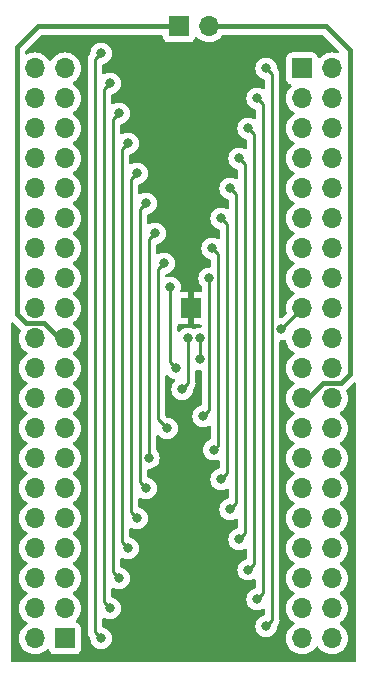
<source format=gbl>
G04 #@! TF.GenerationSoftware,KiCad,Pcbnew,7.0.10*
G04 #@! TF.CreationDate,2024-08-03T14:28:38+12:00*
G04 #@! TF.ProjectId,Z80 Bus Adapter,5a383020-4275-4732-9041-646170746572,rev?*
G04 #@! TF.SameCoordinates,Original*
G04 #@! TF.FileFunction,Copper,L2,Bot*
G04 #@! TF.FilePolarity,Positive*
%FSLAX46Y46*%
G04 Gerber Fmt 4.6, Leading zero omitted, Abs format (unit mm)*
G04 Created by KiCad (PCBNEW 7.0.10) date 2024-08-03 14:28:38*
%MOMM*%
%LPD*%
G01*
G04 APERTURE LIST*
G04 #@! TA.AperFunction,ComponentPad*
%ADD10R,1.700000X1.700000*%
G04 #@! TD*
G04 #@! TA.AperFunction,ComponentPad*
%ADD11O,1.700000X1.700000*%
G04 #@! TD*
G04 #@! TA.AperFunction,ViaPad*
%ADD12C,0.800000*%
G04 #@! TD*
G04 #@! TA.AperFunction,Conductor*
%ADD13C,0.250000*%
G04 #@! TD*
G04 #@! TA.AperFunction,Conductor*
%ADD14C,0.400000*%
G04 #@! TD*
G04 APERTURE END LIST*
D10*
X110236000Y-38354000D03*
D11*
X112776000Y-38354000D03*
D10*
X111252000Y-62230000D03*
X120650000Y-41910000D03*
D11*
X123190000Y-41910000D03*
X120650000Y-44450000D03*
X123190000Y-44450000D03*
X120650000Y-46990000D03*
X123190000Y-46990000D03*
X120650000Y-49530000D03*
X123190000Y-49530000D03*
X120650000Y-52070000D03*
X123190000Y-52070000D03*
X120650000Y-54610000D03*
X123190000Y-54610000D03*
X120650000Y-57150000D03*
X123190000Y-57150000D03*
X120650000Y-59690000D03*
X123190000Y-59690000D03*
X120650000Y-62230000D03*
X123190000Y-62230000D03*
X120650000Y-64770000D03*
X123190000Y-64770000D03*
X120650000Y-67310000D03*
X123190000Y-67310000D03*
X120650000Y-69850000D03*
X123190000Y-69850000D03*
X120650000Y-72390000D03*
X123190000Y-72390000D03*
X120650000Y-74930000D03*
X123190000Y-74930000D03*
X120650000Y-77470000D03*
X123190000Y-77470000D03*
X120650000Y-80010000D03*
X123190000Y-80010000D03*
X120650000Y-82550000D03*
X123190000Y-82550000D03*
X120650000Y-85090000D03*
X123190000Y-85090000D03*
X120650000Y-87630000D03*
X123190000Y-87630000D03*
X120650000Y-90170000D03*
X123190000Y-90170000D03*
D10*
X100584000Y-90170000D03*
D11*
X98044000Y-90170000D03*
X100584000Y-87630000D03*
X98044000Y-87630000D03*
X100584000Y-85090000D03*
X98044000Y-85090000D03*
X100584000Y-82550000D03*
X98044000Y-82550000D03*
X100584000Y-80010000D03*
X98044000Y-80010000D03*
X100584000Y-77470000D03*
X98044000Y-77470000D03*
X100584000Y-74930000D03*
X98044000Y-74930000D03*
X100584000Y-72390000D03*
X98044000Y-72390000D03*
X100584000Y-69850000D03*
X98044000Y-69850000D03*
X100584000Y-67310000D03*
X98044000Y-67310000D03*
X100584000Y-64770000D03*
X98044000Y-64770000D03*
X100584000Y-62230000D03*
X98044000Y-62230000D03*
X100584000Y-59690000D03*
X98044000Y-59690000D03*
X100584000Y-57150000D03*
X98044000Y-57150000D03*
X100584000Y-54610000D03*
X98044000Y-54610000D03*
X100584000Y-52070000D03*
X98044000Y-52070000D03*
X100584000Y-49530000D03*
X98044000Y-49530000D03*
X100584000Y-46990000D03*
X98044000Y-46990000D03*
X100584000Y-44450000D03*
X98044000Y-44450000D03*
X100584000Y-41910000D03*
X98044000Y-41910000D03*
D12*
X117602000Y-41910000D03*
X117602000Y-89154000D03*
X116840000Y-86868000D03*
X116840000Y-44450000D03*
X116078000Y-46990000D03*
X116078000Y-84365000D03*
X115316000Y-81788000D03*
X115316000Y-49530000D03*
X114554000Y-79248000D03*
X114554000Y-52070000D03*
X113792000Y-76708000D03*
X113792000Y-54610000D03*
X113157000Y-74205000D03*
X113030000Y-57150000D03*
X112268000Y-71374000D03*
X112776000Y-59690000D03*
X110998000Y-64770000D03*
X118872000Y-64008000D03*
X110490000Y-69088000D03*
X112014000Y-64770000D03*
X112014000Y-66548000D03*
X108966000Y-58420000D03*
X109220000Y-72390000D03*
X108204000Y-55880000D03*
X107677500Y-74911500D03*
X107442000Y-77470000D03*
X107442000Y-53340000D03*
X106680000Y-80010000D03*
X106680000Y-50800000D03*
X105918000Y-48260000D03*
X105918000Y-82550000D03*
X105156000Y-85090000D03*
X105156000Y-45720000D03*
X104394000Y-43180000D03*
X104394000Y-87630000D03*
X103632000Y-40640000D03*
X103632000Y-90170000D03*
X109474000Y-60452000D03*
X109982000Y-67310000D03*
D13*
X118110000Y-88646000D02*
X118110000Y-42418000D01*
X118110000Y-42418000D02*
X117602000Y-41910000D01*
X117602000Y-89154000D02*
X118110000Y-88646000D01*
X116840000Y-44450000D02*
X117348000Y-44958000D01*
X117348000Y-44958000D02*
X117348000Y-86360000D01*
X117348000Y-86360000D02*
X116840000Y-86868000D01*
X116078000Y-46990000D02*
X116586000Y-47498000D01*
X116586000Y-83857000D02*
X116078000Y-84365000D01*
X116586000Y-47498000D02*
X116586000Y-83857000D01*
X115824000Y-81280000D02*
X115316000Y-81788000D01*
X115824000Y-50038000D02*
X115824000Y-81280000D01*
X115316000Y-49530000D02*
X115824000Y-50038000D01*
X115062000Y-52578000D02*
X115062000Y-78740000D01*
X114554000Y-52070000D02*
X115062000Y-52578000D01*
X115062000Y-78740000D02*
X114554000Y-79248000D01*
X114300000Y-76200000D02*
X113792000Y-76708000D01*
X113792000Y-54610000D02*
X114300000Y-55118000D01*
X114300000Y-55118000D02*
X114300000Y-76200000D01*
X113030000Y-57150000D02*
X113538000Y-57658000D01*
X113538000Y-73824000D02*
X113157000Y-74205000D01*
X113538000Y-57658000D02*
X113538000Y-73824000D01*
X112268000Y-71374000D02*
X112776000Y-70866000D01*
X112776000Y-70866000D02*
X112776000Y-59690000D01*
X110998000Y-68580000D02*
X110998000Y-64770000D01*
X118872000Y-64008000D02*
X120650000Y-62230000D01*
X110490000Y-69088000D02*
X110998000Y-68580000D01*
X112014000Y-64770000D02*
X112014000Y-66548000D01*
X109220000Y-72390000D02*
X108458000Y-71628000D01*
X108458000Y-71628000D02*
X108458000Y-58928000D01*
X108458000Y-58928000D02*
X108966000Y-58420000D01*
X98044000Y-59737500D02*
X98044000Y-59690000D01*
X107696000Y-74893000D02*
X107696000Y-56388000D01*
X107677500Y-74911500D02*
X107696000Y-74893000D01*
X107696000Y-56388000D02*
X108204000Y-55880000D01*
X106934000Y-76962000D02*
X106934000Y-53848000D01*
X106934000Y-53848000D02*
X107442000Y-53340000D01*
X107442000Y-77470000D02*
X106934000Y-76962000D01*
X106172000Y-51308000D02*
X106680000Y-50800000D01*
X106680000Y-80010000D02*
X106172000Y-79502000D01*
X106172000Y-79502000D02*
X106172000Y-51308000D01*
X105918000Y-82550000D02*
X105410000Y-82042000D01*
X105410000Y-48768000D02*
X105918000Y-48260000D01*
X105410000Y-82042000D02*
X105410000Y-48768000D01*
X104648000Y-46228000D02*
X105156000Y-45720000D01*
X104648000Y-84582000D02*
X104648000Y-46228000D01*
X105156000Y-85090000D02*
X104648000Y-84582000D01*
X103886000Y-43688000D02*
X104394000Y-43180000D01*
X103886000Y-87122000D02*
X103886000Y-43688000D01*
X104394000Y-87630000D02*
X103886000Y-87122000D01*
X103124000Y-41148000D02*
X103632000Y-40640000D01*
X103124000Y-89662000D02*
X103124000Y-41148000D01*
X103632000Y-90170000D02*
X103124000Y-89662000D01*
X109474000Y-66802000D02*
X109474000Y-60452000D01*
X109982000Y-67310000D02*
X109474000Y-66802000D01*
D14*
X96520000Y-40132000D02*
X96520000Y-62738000D01*
X98806000Y-63500000D02*
X100076000Y-64770000D01*
X110236000Y-38354000D02*
X98298000Y-38354000D01*
X98298000Y-38354000D02*
X96520000Y-40132000D01*
X96520000Y-62738000D02*
X97282000Y-63500000D01*
X100076000Y-64770000D02*
X100584000Y-64770000D01*
X97282000Y-63500000D02*
X98806000Y-63500000D01*
X123952000Y-68580000D02*
X122428000Y-68580000D01*
X122428000Y-68580000D02*
X121158000Y-69850000D01*
X122682000Y-38354000D02*
X124714000Y-40386000D01*
X121158000Y-69850000D02*
X120650000Y-69850000D01*
X124714000Y-67818000D02*
X123952000Y-68580000D01*
X112776000Y-38354000D02*
X122682000Y-38354000D01*
X124714000Y-40386000D02*
X124714000Y-67818000D01*
G04 #@! TA.AperFunction,Conductor*
G36*
X108828540Y-39074185D02*
G01*
X108874295Y-39126989D01*
X108885501Y-39178500D01*
X108885501Y-39251876D01*
X108891908Y-39311483D01*
X108942202Y-39446328D01*
X108942206Y-39446335D01*
X109028452Y-39561544D01*
X109028455Y-39561547D01*
X109143664Y-39647793D01*
X109143671Y-39647797D01*
X109278517Y-39698091D01*
X109278516Y-39698091D01*
X109285444Y-39698835D01*
X109338127Y-39704500D01*
X111133872Y-39704499D01*
X111193483Y-39698091D01*
X111328331Y-39647796D01*
X111443546Y-39561546D01*
X111529796Y-39446331D01*
X111578810Y-39314916D01*
X111620681Y-39258984D01*
X111686145Y-39234566D01*
X111754418Y-39249417D01*
X111782673Y-39270569D01*
X111904599Y-39392495D01*
X112001384Y-39460265D01*
X112098165Y-39528032D01*
X112098167Y-39528033D01*
X112098170Y-39528035D01*
X112312337Y-39627903D01*
X112540592Y-39689063D01*
X112717034Y-39704500D01*
X112775999Y-39709659D01*
X112776000Y-39709659D01*
X112776001Y-39709659D01*
X112834966Y-39704500D01*
X113011408Y-39689063D01*
X113239663Y-39627903D01*
X113453830Y-39528035D01*
X113647401Y-39392495D01*
X113814495Y-39225401D01*
X113897136Y-39107376D01*
X113951713Y-39063752D01*
X113998711Y-39054500D01*
X122340481Y-39054500D01*
X122407520Y-39074185D01*
X122428162Y-39090819D01*
X123763255Y-40425912D01*
X123796740Y-40487235D01*
X123791756Y-40556927D01*
X123749884Y-40612860D01*
X123684420Y-40637277D01*
X123643481Y-40633368D01*
X123425413Y-40574938D01*
X123425403Y-40574936D01*
X123190001Y-40554341D01*
X123189999Y-40554341D01*
X122954596Y-40574936D01*
X122954586Y-40574938D01*
X122726344Y-40636094D01*
X122726335Y-40636098D01*
X122512171Y-40735964D01*
X122512169Y-40735965D01*
X122318600Y-40871503D01*
X122196673Y-40993430D01*
X122135350Y-41026914D01*
X122065658Y-41021930D01*
X122009725Y-40980058D01*
X121992810Y-40949081D01*
X121943797Y-40817671D01*
X121943793Y-40817664D01*
X121857547Y-40702455D01*
X121857544Y-40702452D01*
X121742335Y-40616206D01*
X121742328Y-40616202D01*
X121607482Y-40565908D01*
X121607483Y-40565908D01*
X121547883Y-40559501D01*
X121547881Y-40559500D01*
X121547873Y-40559500D01*
X121547864Y-40559500D01*
X119752129Y-40559500D01*
X119752123Y-40559501D01*
X119692516Y-40565908D01*
X119557671Y-40616202D01*
X119557664Y-40616206D01*
X119442455Y-40702452D01*
X119442452Y-40702455D01*
X119356206Y-40817664D01*
X119356202Y-40817671D01*
X119305908Y-40952517D01*
X119299501Y-41012116D01*
X119299500Y-41012135D01*
X119299500Y-42807870D01*
X119299501Y-42807876D01*
X119305908Y-42867483D01*
X119356202Y-43002328D01*
X119356206Y-43002335D01*
X119442452Y-43117544D01*
X119442455Y-43117547D01*
X119557664Y-43203793D01*
X119557671Y-43203797D01*
X119689081Y-43252810D01*
X119745015Y-43294681D01*
X119769432Y-43360145D01*
X119754580Y-43428418D01*
X119733430Y-43456673D01*
X119611503Y-43578600D01*
X119475965Y-43772169D01*
X119475964Y-43772171D01*
X119376098Y-43986335D01*
X119376094Y-43986344D01*
X119314938Y-44214586D01*
X119314936Y-44214596D01*
X119294341Y-44449999D01*
X119294341Y-44450000D01*
X119314936Y-44685403D01*
X119314938Y-44685413D01*
X119376094Y-44913655D01*
X119376096Y-44913659D01*
X119376097Y-44913663D01*
X119456004Y-45085023D01*
X119475965Y-45127830D01*
X119475967Y-45127834D01*
X119550412Y-45234151D01*
X119611501Y-45321396D01*
X119611506Y-45321402D01*
X119778597Y-45488493D01*
X119778603Y-45488498D01*
X119964158Y-45618425D01*
X120007783Y-45673002D01*
X120014977Y-45742500D01*
X119983454Y-45804855D01*
X119964158Y-45821575D01*
X119778597Y-45951505D01*
X119611505Y-46118597D01*
X119475965Y-46312169D01*
X119475964Y-46312171D01*
X119376098Y-46526335D01*
X119376094Y-46526344D01*
X119314938Y-46754586D01*
X119314936Y-46754596D01*
X119294341Y-46989999D01*
X119294341Y-46990000D01*
X119314936Y-47225403D01*
X119314938Y-47225413D01*
X119376094Y-47453655D01*
X119376096Y-47453659D01*
X119376097Y-47453663D01*
X119456004Y-47625023D01*
X119475965Y-47667830D01*
X119475967Y-47667834D01*
X119550412Y-47774151D01*
X119611501Y-47861396D01*
X119611506Y-47861402D01*
X119778597Y-48028493D01*
X119778603Y-48028498D01*
X119964158Y-48158425D01*
X120007783Y-48213002D01*
X120014977Y-48282500D01*
X119983454Y-48344855D01*
X119964158Y-48361575D01*
X119778597Y-48491505D01*
X119611505Y-48658597D01*
X119475965Y-48852169D01*
X119475964Y-48852171D01*
X119376098Y-49066335D01*
X119376094Y-49066344D01*
X119314938Y-49294586D01*
X119314936Y-49294596D01*
X119294341Y-49529999D01*
X119294341Y-49530000D01*
X119314936Y-49765403D01*
X119314938Y-49765413D01*
X119376094Y-49993655D01*
X119376096Y-49993659D01*
X119376097Y-49993663D01*
X119456004Y-50165023D01*
X119475965Y-50207830D01*
X119475967Y-50207834D01*
X119550412Y-50314151D01*
X119611501Y-50401396D01*
X119611506Y-50401402D01*
X119778597Y-50568493D01*
X119778603Y-50568498D01*
X119964158Y-50698425D01*
X120007783Y-50753002D01*
X120014977Y-50822500D01*
X119983454Y-50884855D01*
X119964158Y-50901575D01*
X119778597Y-51031505D01*
X119611505Y-51198597D01*
X119475965Y-51392169D01*
X119475964Y-51392171D01*
X119376098Y-51606335D01*
X119376094Y-51606344D01*
X119314938Y-51834586D01*
X119314936Y-51834596D01*
X119294341Y-52069999D01*
X119294341Y-52070000D01*
X119314936Y-52305403D01*
X119314938Y-52305413D01*
X119376094Y-52533655D01*
X119376096Y-52533659D01*
X119376097Y-52533663D01*
X119456004Y-52705023D01*
X119475965Y-52747830D01*
X119475967Y-52747834D01*
X119550412Y-52854151D01*
X119611501Y-52941396D01*
X119611506Y-52941402D01*
X119778597Y-53108493D01*
X119778603Y-53108498D01*
X119964158Y-53238425D01*
X120007783Y-53293002D01*
X120014977Y-53362500D01*
X119983454Y-53424855D01*
X119964158Y-53441575D01*
X119778597Y-53571505D01*
X119611505Y-53738597D01*
X119475965Y-53932169D01*
X119475964Y-53932171D01*
X119376098Y-54146335D01*
X119376094Y-54146344D01*
X119314938Y-54374586D01*
X119314936Y-54374596D01*
X119294341Y-54609999D01*
X119294341Y-54610000D01*
X119314936Y-54845403D01*
X119314938Y-54845413D01*
X119376094Y-55073655D01*
X119376096Y-55073659D01*
X119376097Y-55073663D01*
X119456004Y-55245023D01*
X119475965Y-55287830D01*
X119475967Y-55287834D01*
X119550412Y-55394151D01*
X119611501Y-55481396D01*
X119611506Y-55481402D01*
X119778597Y-55648493D01*
X119778603Y-55648498D01*
X119964158Y-55778425D01*
X120007783Y-55833002D01*
X120014977Y-55902500D01*
X119983454Y-55964855D01*
X119964158Y-55981575D01*
X119778597Y-56111505D01*
X119611505Y-56278597D01*
X119475965Y-56472169D01*
X119475964Y-56472171D01*
X119376098Y-56686335D01*
X119376094Y-56686344D01*
X119314938Y-56914586D01*
X119314936Y-56914596D01*
X119294341Y-57149999D01*
X119294341Y-57150000D01*
X119314936Y-57385403D01*
X119314938Y-57385413D01*
X119376094Y-57613655D01*
X119376096Y-57613659D01*
X119376097Y-57613663D01*
X119456004Y-57785023D01*
X119475965Y-57827830D01*
X119475967Y-57827834D01*
X119550412Y-57934151D01*
X119611501Y-58021396D01*
X119611506Y-58021402D01*
X119778597Y-58188493D01*
X119778603Y-58188498D01*
X119964158Y-58318425D01*
X120007783Y-58373002D01*
X120014977Y-58442500D01*
X119983454Y-58504855D01*
X119964158Y-58521575D01*
X119778597Y-58651505D01*
X119611505Y-58818597D01*
X119475965Y-59012169D01*
X119475964Y-59012171D01*
X119376098Y-59226335D01*
X119376094Y-59226344D01*
X119314938Y-59454586D01*
X119314936Y-59454596D01*
X119294341Y-59689999D01*
X119294341Y-59690000D01*
X119314936Y-59925403D01*
X119314938Y-59925413D01*
X119376094Y-60153655D01*
X119376096Y-60153659D01*
X119376097Y-60153663D01*
X119470703Y-60356546D01*
X119475965Y-60367830D01*
X119475967Y-60367834D01*
X119584281Y-60522521D01*
X119611501Y-60561396D01*
X119611506Y-60561402D01*
X119778597Y-60728493D01*
X119778603Y-60728498D01*
X119964158Y-60858425D01*
X120007783Y-60913002D01*
X120014977Y-60982500D01*
X119983454Y-61044855D01*
X119964158Y-61061575D01*
X119778597Y-61191505D01*
X119611505Y-61358597D01*
X119475965Y-61552169D01*
X119475964Y-61552171D01*
X119376098Y-61766335D01*
X119376094Y-61766344D01*
X119314938Y-61994586D01*
X119314936Y-61994596D01*
X119294341Y-62229999D01*
X119294341Y-62230000D01*
X119314936Y-62465403D01*
X119314938Y-62465413D01*
X119341856Y-62565872D01*
X119340193Y-62635722D01*
X119309762Y-62685646D01*
X118947181Y-63048228D01*
X118885858Y-63081713D01*
X118816167Y-63076729D01*
X118760233Y-63034858D01*
X118735816Y-62969393D01*
X118735500Y-62960547D01*
X118735500Y-42500737D01*
X118737224Y-42485123D01*
X118736938Y-42485096D01*
X118737672Y-42477333D01*
X118735561Y-42410143D01*
X118735500Y-42406249D01*
X118735500Y-42378651D01*
X118735500Y-42378650D01*
X118734997Y-42374670D01*
X118734080Y-42363021D01*
X118733658Y-42349595D01*
X118732709Y-42319372D01*
X118727120Y-42300137D01*
X118723174Y-42281084D01*
X118722974Y-42279500D01*
X118720664Y-42261208D01*
X118704578Y-42220581D01*
X118700803Y-42209554D01*
X118688617Y-42167610D01*
X118678421Y-42150369D01*
X118669860Y-42132893D01*
X118662486Y-42114269D01*
X118662485Y-42114267D01*
X118636809Y-42078926D01*
X118630412Y-42069190D01*
X118608170Y-42031579D01*
X118608167Y-42031576D01*
X118608165Y-42031573D01*
X118594005Y-42017413D01*
X118581370Y-42002620D01*
X118569593Y-41986412D01*
X118549330Y-41969649D01*
X118510222Y-41911750D01*
X118505050Y-41887071D01*
X118487674Y-41721744D01*
X118429179Y-41541716D01*
X118334533Y-41377784D01*
X118207871Y-41237112D01*
X118207870Y-41237111D01*
X118054734Y-41125851D01*
X118054729Y-41125848D01*
X117881807Y-41048857D01*
X117881802Y-41048855D01*
X117723665Y-41015243D01*
X117696646Y-41009500D01*
X117507354Y-41009500D01*
X117480335Y-41015243D01*
X117322197Y-41048855D01*
X117322192Y-41048857D01*
X117149270Y-41125848D01*
X117149265Y-41125851D01*
X116996129Y-41237111D01*
X116869466Y-41377785D01*
X116774821Y-41541715D01*
X116774818Y-41541722D01*
X116731645Y-41674596D01*
X116716326Y-41721744D01*
X116696540Y-41910000D01*
X116716326Y-42098256D01*
X116716327Y-42098259D01*
X116774818Y-42278277D01*
X116774821Y-42278284D01*
X116869467Y-42442216D01*
X116922160Y-42500737D01*
X116996129Y-42582888D01*
X117149265Y-42694148D01*
X117149270Y-42694151D01*
X117322191Y-42771142D01*
X117322194Y-42771142D01*
X117322197Y-42771144D01*
X117386280Y-42784765D01*
X117447762Y-42817957D01*
X117481539Y-42879120D01*
X117484500Y-42906055D01*
X117484500Y-43561814D01*
X117464815Y-43628853D01*
X117412011Y-43674608D01*
X117342853Y-43684552D01*
X117299572Y-43667005D01*
X117298363Y-43669101D01*
X117292729Y-43665848D01*
X117119807Y-43588857D01*
X117119802Y-43588855D01*
X116974001Y-43557865D01*
X116934646Y-43549500D01*
X116745354Y-43549500D01*
X116712897Y-43556398D01*
X116560197Y-43588855D01*
X116560192Y-43588857D01*
X116387270Y-43665848D01*
X116387265Y-43665851D01*
X116234129Y-43777111D01*
X116107466Y-43917785D01*
X116012821Y-44081715D01*
X116012818Y-44081722D01*
X115969645Y-44214596D01*
X115954326Y-44261744D01*
X115934540Y-44450000D01*
X115954326Y-44638256D01*
X115954327Y-44638259D01*
X116012818Y-44818277D01*
X116012821Y-44818284D01*
X116107467Y-44982216D01*
X116165899Y-45047111D01*
X116234129Y-45122888D01*
X116387265Y-45234148D01*
X116387270Y-45234151D01*
X116560191Y-45311142D01*
X116560194Y-45311142D01*
X116560197Y-45311144D01*
X116624280Y-45324765D01*
X116685762Y-45357957D01*
X116719539Y-45419120D01*
X116722500Y-45446055D01*
X116722500Y-46101814D01*
X116702815Y-46168853D01*
X116650011Y-46214608D01*
X116580853Y-46224552D01*
X116537572Y-46207005D01*
X116536363Y-46209101D01*
X116530729Y-46205848D01*
X116357807Y-46128857D01*
X116357802Y-46128855D01*
X116212001Y-46097865D01*
X116172646Y-46089500D01*
X115983354Y-46089500D01*
X115950897Y-46096398D01*
X115798197Y-46128855D01*
X115798192Y-46128857D01*
X115625270Y-46205848D01*
X115625265Y-46205851D01*
X115472129Y-46317111D01*
X115345466Y-46457785D01*
X115250821Y-46621715D01*
X115250818Y-46621722D01*
X115207645Y-46754596D01*
X115192326Y-46801744D01*
X115172540Y-46990000D01*
X115192326Y-47178256D01*
X115192327Y-47178259D01*
X115250818Y-47358277D01*
X115250821Y-47358284D01*
X115345467Y-47522216D01*
X115403899Y-47587111D01*
X115472129Y-47662888D01*
X115625265Y-47774148D01*
X115625270Y-47774151D01*
X115798191Y-47851142D01*
X115798194Y-47851142D01*
X115798197Y-47851144D01*
X115862280Y-47864765D01*
X115923762Y-47897957D01*
X115957539Y-47959120D01*
X115960500Y-47986055D01*
X115960500Y-48641814D01*
X115940815Y-48708853D01*
X115888011Y-48754608D01*
X115818853Y-48764552D01*
X115775572Y-48747005D01*
X115774363Y-48749101D01*
X115768729Y-48745848D01*
X115595807Y-48668857D01*
X115595802Y-48668855D01*
X115450001Y-48637865D01*
X115410646Y-48629500D01*
X115221354Y-48629500D01*
X115188897Y-48636398D01*
X115036197Y-48668855D01*
X115036192Y-48668857D01*
X114863270Y-48745848D01*
X114863265Y-48745851D01*
X114710129Y-48857111D01*
X114583466Y-48997785D01*
X114488821Y-49161715D01*
X114488818Y-49161722D01*
X114445645Y-49294596D01*
X114430326Y-49341744D01*
X114410540Y-49530000D01*
X114430326Y-49718256D01*
X114430327Y-49718259D01*
X114488818Y-49898277D01*
X114488821Y-49898284D01*
X114583467Y-50062216D01*
X114641899Y-50127111D01*
X114710129Y-50202888D01*
X114863265Y-50314148D01*
X114863270Y-50314151D01*
X115036191Y-50391142D01*
X115036194Y-50391142D01*
X115036197Y-50391144D01*
X115100280Y-50404765D01*
X115161762Y-50437957D01*
X115195539Y-50499120D01*
X115198500Y-50526055D01*
X115198500Y-51181814D01*
X115178815Y-51248853D01*
X115126011Y-51294608D01*
X115056853Y-51304552D01*
X115013572Y-51287005D01*
X115012363Y-51289101D01*
X115006729Y-51285848D01*
X114833807Y-51208857D01*
X114833802Y-51208855D01*
X114688001Y-51177865D01*
X114648646Y-51169500D01*
X114459354Y-51169500D01*
X114426897Y-51176398D01*
X114274197Y-51208855D01*
X114274192Y-51208857D01*
X114101270Y-51285848D01*
X114101265Y-51285851D01*
X113948129Y-51397111D01*
X113821466Y-51537785D01*
X113726821Y-51701715D01*
X113726818Y-51701722D01*
X113683645Y-51834596D01*
X113668326Y-51881744D01*
X113648540Y-52070000D01*
X113668326Y-52258256D01*
X113668327Y-52258259D01*
X113726818Y-52438277D01*
X113726821Y-52438284D01*
X113821467Y-52602216D01*
X113879899Y-52667111D01*
X113948129Y-52742888D01*
X114101265Y-52854148D01*
X114101270Y-52854151D01*
X114274191Y-52931142D01*
X114274194Y-52931142D01*
X114274197Y-52931144D01*
X114338280Y-52944765D01*
X114399762Y-52977957D01*
X114433539Y-53039120D01*
X114436500Y-53066055D01*
X114436500Y-53721814D01*
X114416815Y-53788853D01*
X114364011Y-53834608D01*
X114294853Y-53844552D01*
X114251572Y-53827005D01*
X114250363Y-53829101D01*
X114244729Y-53825848D01*
X114071807Y-53748857D01*
X114071802Y-53748855D01*
X113926001Y-53717865D01*
X113886646Y-53709500D01*
X113697354Y-53709500D01*
X113664897Y-53716398D01*
X113512197Y-53748855D01*
X113512192Y-53748857D01*
X113339270Y-53825848D01*
X113339265Y-53825851D01*
X113186129Y-53937111D01*
X113059466Y-54077785D01*
X112964821Y-54241715D01*
X112964818Y-54241722D01*
X112921645Y-54374596D01*
X112906326Y-54421744D01*
X112886540Y-54610000D01*
X112906326Y-54798256D01*
X112906327Y-54798259D01*
X112964818Y-54978277D01*
X112964821Y-54978284D01*
X113059467Y-55142216D01*
X113117899Y-55207111D01*
X113186129Y-55282888D01*
X113339265Y-55394148D01*
X113339270Y-55394151D01*
X113512191Y-55471142D01*
X113512194Y-55471142D01*
X113512197Y-55471144D01*
X113576280Y-55484765D01*
X113637762Y-55517957D01*
X113671539Y-55579120D01*
X113674500Y-55606055D01*
X113674500Y-56261814D01*
X113654815Y-56328853D01*
X113602011Y-56374608D01*
X113532853Y-56384552D01*
X113489572Y-56367005D01*
X113488363Y-56369101D01*
X113482729Y-56365848D01*
X113309807Y-56288857D01*
X113309802Y-56288855D01*
X113164001Y-56257865D01*
X113124646Y-56249500D01*
X112935354Y-56249500D01*
X112902897Y-56256398D01*
X112750197Y-56288855D01*
X112750192Y-56288857D01*
X112577270Y-56365848D01*
X112577265Y-56365851D01*
X112424129Y-56477111D01*
X112297466Y-56617785D01*
X112202821Y-56781715D01*
X112202818Y-56781722D01*
X112159645Y-56914596D01*
X112144326Y-56961744D01*
X112124540Y-57150000D01*
X112144326Y-57338256D01*
X112144327Y-57338259D01*
X112202818Y-57518277D01*
X112202821Y-57518284D01*
X112297467Y-57682216D01*
X112355899Y-57747111D01*
X112424129Y-57822888D01*
X112577265Y-57934148D01*
X112577270Y-57934151D01*
X112750191Y-58011142D01*
X112750194Y-58011142D01*
X112750197Y-58011144D01*
X112814280Y-58024765D01*
X112875762Y-58057957D01*
X112909539Y-58119120D01*
X112912500Y-58146055D01*
X112912500Y-58665500D01*
X112892815Y-58732539D01*
X112840011Y-58778294D01*
X112788500Y-58789500D01*
X112681354Y-58789500D01*
X112648897Y-58796398D01*
X112496197Y-58828855D01*
X112496192Y-58828857D01*
X112323270Y-58905848D01*
X112323265Y-58905851D01*
X112170129Y-59017111D01*
X112043466Y-59157785D01*
X111948821Y-59321715D01*
X111948818Y-59321722D01*
X111900798Y-59469514D01*
X111890326Y-59501744D01*
X111870540Y-59690000D01*
X111890326Y-59878256D01*
X111890327Y-59878259D01*
X111948818Y-60058277D01*
X111948821Y-60058284D01*
X112043467Y-60222216D01*
X112080856Y-60263740D01*
X112118650Y-60305715D01*
X112148880Y-60368706D01*
X112150500Y-60388687D01*
X112150500Y-60756000D01*
X112130815Y-60823039D01*
X112078011Y-60868794D01*
X112026500Y-60880000D01*
X111502000Y-60880000D01*
X111502000Y-61794498D01*
X111394315Y-61745320D01*
X111287763Y-61730000D01*
X111216237Y-61730000D01*
X111109685Y-61745320D01*
X111002000Y-61794498D01*
X111002000Y-60880000D01*
X110452448Y-60880000D01*
X110385409Y-60860315D01*
X110339654Y-60807511D01*
X110329710Y-60738353D01*
X110334517Y-60717682D01*
X110341396Y-60696509D01*
X110359674Y-60640256D01*
X110379460Y-60452000D01*
X110359674Y-60263744D01*
X110301179Y-60083716D01*
X110206533Y-59919784D01*
X110079871Y-59779112D01*
X110079870Y-59779111D01*
X109926734Y-59667851D01*
X109926729Y-59667848D01*
X109753807Y-59590857D01*
X109753802Y-59590855D01*
X109608001Y-59559865D01*
X109568646Y-59551500D01*
X109379354Y-59551500D01*
X109379352Y-59551500D01*
X109233280Y-59582548D01*
X109163613Y-59577232D01*
X109107880Y-59535094D01*
X109083775Y-59469514D01*
X109083500Y-59461258D01*
X109083500Y-59416055D01*
X109103185Y-59349016D01*
X109155989Y-59303261D01*
X109181720Y-59294765D01*
X109245803Y-59281144D01*
X109245806Y-59281142D01*
X109245808Y-59281142D01*
X109368884Y-59226344D01*
X109418730Y-59204151D01*
X109571871Y-59092888D01*
X109698533Y-58952216D01*
X109793179Y-58788284D01*
X109851674Y-58608256D01*
X109871460Y-58420000D01*
X109851674Y-58231744D01*
X109793179Y-58051716D01*
X109698533Y-57887784D01*
X109571871Y-57747112D01*
X109571870Y-57747111D01*
X109418734Y-57635851D01*
X109418729Y-57635848D01*
X109245807Y-57558857D01*
X109245802Y-57558855D01*
X109100001Y-57527865D01*
X109060646Y-57519500D01*
X108871354Y-57519500D01*
X108838897Y-57526398D01*
X108686197Y-57558855D01*
X108686192Y-57558857D01*
X108513270Y-57635848D01*
X108507637Y-57639101D01*
X108506145Y-57636517D01*
X108452483Y-57655617D01*
X108384441Y-57639739D01*
X108335785Y-57589595D01*
X108321500Y-57531814D01*
X108321500Y-56876055D01*
X108341185Y-56809016D01*
X108393989Y-56763261D01*
X108419720Y-56754765D01*
X108483803Y-56741144D01*
X108483806Y-56741142D01*
X108483808Y-56741142D01*
X108606884Y-56686344D01*
X108656730Y-56664151D01*
X108809871Y-56552888D01*
X108936533Y-56412216D01*
X109031179Y-56248284D01*
X109089674Y-56068256D01*
X109109460Y-55880000D01*
X109089674Y-55691744D01*
X109031179Y-55511716D01*
X108936533Y-55347784D01*
X108809871Y-55207112D01*
X108809870Y-55207111D01*
X108656734Y-55095851D01*
X108656729Y-55095848D01*
X108483807Y-55018857D01*
X108483802Y-55018855D01*
X108338001Y-54987865D01*
X108298646Y-54979500D01*
X108109354Y-54979500D01*
X108076897Y-54986398D01*
X107924197Y-55018855D01*
X107924192Y-55018857D01*
X107751270Y-55095848D01*
X107745637Y-55099101D01*
X107744145Y-55096517D01*
X107690483Y-55115617D01*
X107622441Y-55099739D01*
X107573785Y-55049595D01*
X107559500Y-54991814D01*
X107559500Y-54336055D01*
X107579185Y-54269016D01*
X107631989Y-54223261D01*
X107657720Y-54214765D01*
X107721803Y-54201144D01*
X107721806Y-54201142D01*
X107721808Y-54201142D01*
X107844884Y-54146344D01*
X107894730Y-54124151D01*
X108047871Y-54012888D01*
X108174533Y-53872216D01*
X108269179Y-53708284D01*
X108327674Y-53528256D01*
X108347460Y-53340000D01*
X108327674Y-53151744D01*
X108269179Y-52971716D01*
X108174533Y-52807784D01*
X108047871Y-52667112D01*
X108047870Y-52667111D01*
X107894734Y-52555851D01*
X107894729Y-52555848D01*
X107721807Y-52478857D01*
X107721802Y-52478855D01*
X107576001Y-52447865D01*
X107536646Y-52439500D01*
X107347354Y-52439500D01*
X107314897Y-52446398D01*
X107162197Y-52478855D01*
X107162192Y-52478857D01*
X106989270Y-52555848D01*
X106983637Y-52559101D01*
X106982145Y-52556517D01*
X106928483Y-52575617D01*
X106860441Y-52559739D01*
X106811785Y-52509595D01*
X106797500Y-52451814D01*
X106797500Y-51796055D01*
X106817185Y-51729016D01*
X106869989Y-51683261D01*
X106895720Y-51674765D01*
X106959803Y-51661144D01*
X106959806Y-51661142D01*
X106959808Y-51661142D01*
X107082884Y-51606344D01*
X107132730Y-51584151D01*
X107285871Y-51472888D01*
X107412533Y-51332216D01*
X107507179Y-51168284D01*
X107565674Y-50988256D01*
X107585460Y-50800000D01*
X107565674Y-50611744D01*
X107507179Y-50431716D01*
X107412533Y-50267784D01*
X107285871Y-50127112D01*
X107285870Y-50127111D01*
X107132734Y-50015851D01*
X107132729Y-50015848D01*
X106959807Y-49938857D01*
X106959802Y-49938855D01*
X106814001Y-49907865D01*
X106774646Y-49899500D01*
X106585354Y-49899500D01*
X106552897Y-49906398D01*
X106400197Y-49938855D01*
X106400192Y-49938857D01*
X106227270Y-50015848D01*
X106221637Y-50019101D01*
X106220145Y-50016517D01*
X106166483Y-50035617D01*
X106098441Y-50019739D01*
X106049785Y-49969595D01*
X106035500Y-49911814D01*
X106035500Y-49256055D01*
X106055185Y-49189016D01*
X106107989Y-49143261D01*
X106133720Y-49134765D01*
X106197803Y-49121144D01*
X106197806Y-49121142D01*
X106197808Y-49121142D01*
X106320884Y-49066344D01*
X106370730Y-49044151D01*
X106523871Y-48932888D01*
X106650533Y-48792216D01*
X106745179Y-48628284D01*
X106803674Y-48448256D01*
X106823460Y-48260000D01*
X106803674Y-48071744D01*
X106745179Y-47891716D01*
X106650533Y-47727784D01*
X106523871Y-47587112D01*
X106523870Y-47587111D01*
X106370734Y-47475851D01*
X106370729Y-47475848D01*
X106197807Y-47398857D01*
X106197802Y-47398855D01*
X106052001Y-47367865D01*
X106012646Y-47359500D01*
X105823354Y-47359500D01*
X105790897Y-47366398D01*
X105638197Y-47398855D01*
X105638192Y-47398857D01*
X105465270Y-47475848D01*
X105459637Y-47479101D01*
X105458145Y-47476517D01*
X105404483Y-47495617D01*
X105336441Y-47479739D01*
X105287785Y-47429595D01*
X105273500Y-47371814D01*
X105273500Y-46716055D01*
X105293185Y-46649016D01*
X105345989Y-46603261D01*
X105371720Y-46594765D01*
X105435803Y-46581144D01*
X105435806Y-46581142D01*
X105435808Y-46581142D01*
X105558884Y-46526344D01*
X105608730Y-46504151D01*
X105761871Y-46392888D01*
X105888533Y-46252216D01*
X105983179Y-46088284D01*
X106041674Y-45908256D01*
X106061460Y-45720000D01*
X106041674Y-45531744D01*
X105983179Y-45351716D01*
X105888533Y-45187784D01*
X105761871Y-45047112D01*
X105761870Y-45047111D01*
X105608734Y-44935851D01*
X105608729Y-44935848D01*
X105435807Y-44858857D01*
X105435802Y-44858855D01*
X105290001Y-44827865D01*
X105250646Y-44819500D01*
X105061354Y-44819500D01*
X105028897Y-44826398D01*
X104876197Y-44858855D01*
X104876192Y-44858857D01*
X104703270Y-44935848D01*
X104697637Y-44939101D01*
X104696145Y-44936517D01*
X104642483Y-44955617D01*
X104574441Y-44939739D01*
X104525785Y-44889595D01*
X104511500Y-44831814D01*
X104511500Y-44176055D01*
X104531185Y-44109016D01*
X104583989Y-44063261D01*
X104609720Y-44054765D01*
X104673803Y-44041144D01*
X104673806Y-44041142D01*
X104673808Y-44041142D01*
X104796884Y-43986344D01*
X104846730Y-43964151D01*
X104999871Y-43852888D01*
X105126533Y-43712216D01*
X105221179Y-43548284D01*
X105279674Y-43368256D01*
X105299460Y-43180000D01*
X105279674Y-42991744D01*
X105221179Y-42811716D01*
X105126533Y-42647784D01*
X104999871Y-42507112D01*
X104991097Y-42500737D01*
X104846734Y-42395851D01*
X104846729Y-42395848D01*
X104673807Y-42318857D01*
X104673802Y-42318855D01*
X104528001Y-42287865D01*
X104488646Y-42279500D01*
X104299354Y-42279500D01*
X104266897Y-42286398D01*
X104114197Y-42318855D01*
X104114192Y-42318857D01*
X103941270Y-42395848D01*
X103935637Y-42399101D01*
X103934145Y-42396517D01*
X103880483Y-42415617D01*
X103812441Y-42399739D01*
X103763785Y-42349595D01*
X103749500Y-42291814D01*
X103749500Y-41636055D01*
X103769185Y-41569016D01*
X103821989Y-41523261D01*
X103847720Y-41514765D01*
X103911803Y-41501144D01*
X103911806Y-41501142D01*
X103911808Y-41501142D01*
X104034884Y-41446344D01*
X104084730Y-41424151D01*
X104237871Y-41312888D01*
X104364533Y-41172216D01*
X104459179Y-41008284D01*
X104517674Y-40828256D01*
X104537460Y-40640000D01*
X104517674Y-40451744D01*
X104459179Y-40271716D01*
X104364533Y-40107784D01*
X104237871Y-39967112D01*
X104237870Y-39967111D01*
X104084734Y-39855851D01*
X104084729Y-39855848D01*
X103911807Y-39778857D01*
X103911802Y-39778855D01*
X103766001Y-39747865D01*
X103726646Y-39739500D01*
X103537354Y-39739500D01*
X103504897Y-39746398D01*
X103352197Y-39778855D01*
X103352192Y-39778857D01*
X103179270Y-39855848D01*
X103179265Y-39855851D01*
X103026129Y-39967111D01*
X102899466Y-40107785D01*
X102804821Y-40271715D01*
X102804818Y-40271722D01*
X102755939Y-40422157D01*
X102746326Y-40451744D01*
X102729041Y-40616202D01*
X102728830Y-40618214D01*
X102702245Y-40682828D01*
X102695899Y-40690138D01*
X102676097Y-40711224D01*
X102673390Y-40714017D01*
X102653889Y-40733517D01*
X102653875Y-40733534D01*
X102651407Y-40736715D01*
X102643843Y-40745570D01*
X102613937Y-40777418D01*
X102613936Y-40777420D01*
X102604284Y-40794976D01*
X102593610Y-40811226D01*
X102581329Y-40827061D01*
X102581324Y-40827068D01*
X102563975Y-40867158D01*
X102558838Y-40877644D01*
X102537803Y-40915906D01*
X102532822Y-40935307D01*
X102526521Y-40953710D01*
X102518562Y-40972102D01*
X102518561Y-40972105D01*
X102511728Y-41015243D01*
X102509360Y-41026674D01*
X102498501Y-41068971D01*
X102498500Y-41068982D01*
X102498500Y-41089016D01*
X102496973Y-41108415D01*
X102493840Y-41128194D01*
X102493840Y-41128195D01*
X102497950Y-41171674D01*
X102498500Y-41183343D01*
X102498500Y-89579255D01*
X102496775Y-89594872D01*
X102497061Y-89594899D01*
X102496326Y-89602665D01*
X102498439Y-89669872D01*
X102498500Y-89673767D01*
X102498500Y-89701357D01*
X102499003Y-89705335D01*
X102499918Y-89716967D01*
X102501290Y-89760624D01*
X102501291Y-89760627D01*
X102506880Y-89779867D01*
X102510824Y-89798911D01*
X102511179Y-89801715D01*
X102513336Y-89818792D01*
X102529414Y-89859403D01*
X102533197Y-89870452D01*
X102545381Y-89912388D01*
X102555580Y-89929634D01*
X102564138Y-89947103D01*
X102571514Y-89965732D01*
X102597181Y-90001060D01*
X102603593Y-90010821D01*
X102625828Y-90048417D01*
X102625833Y-90048424D01*
X102639990Y-90062580D01*
X102652627Y-90077375D01*
X102664406Y-90093587D01*
X102677383Y-90104322D01*
X102684670Y-90110351D01*
X102723777Y-90168251D01*
X102728950Y-90192932D01*
X102746326Y-90358256D01*
X102746327Y-90358259D01*
X102804818Y-90538277D01*
X102804821Y-90538284D01*
X102899467Y-90702216D01*
X102992035Y-90805023D01*
X103026129Y-90842888D01*
X103179265Y-90954148D01*
X103179270Y-90954151D01*
X103352192Y-91031142D01*
X103352197Y-91031144D01*
X103537354Y-91070500D01*
X103537355Y-91070500D01*
X103726644Y-91070500D01*
X103726646Y-91070500D01*
X103911803Y-91031144D01*
X104084730Y-90954151D01*
X104237871Y-90842888D01*
X104364533Y-90702216D01*
X104459179Y-90538284D01*
X104517674Y-90358256D01*
X104537460Y-90170000D01*
X104517674Y-89981744D01*
X104459179Y-89801716D01*
X104364533Y-89637784D01*
X104237871Y-89497112D01*
X104237870Y-89497111D01*
X104084734Y-89385851D01*
X104084729Y-89385848D01*
X103911807Y-89308857D01*
X103911803Y-89308856D01*
X103847718Y-89295234D01*
X103786237Y-89262041D01*
X103752461Y-89200878D01*
X103749500Y-89173944D01*
X103749500Y-88518185D01*
X103769185Y-88451146D01*
X103821989Y-88405391D01*
X103891147Y-88395447D01*
X103934373Y-88413087D01*
X103935637Y-88410899D01*
X103941270Y-88414151D01*
X104114192Y-88491142D01*
X104114197Y-88491144D01*
X104299354Y-88530500D01*
X104299355Y-88530500D01*
X104488644Y-88530500D01*
X104488646Y-88530500D01*
X104673803Y-88491144D01*
X104846730Y-88414151D01*
X104999871Y-88302888D01*
X105126533Y-88162216D01*
X105221179Y-87998284D01*
X105279674Y-87818256D01*
X105299460Y-87630000D01*
X105279674Y-87441744D01*
X105221179Y-87261716D01*
X105126533Y-87097784D01*
X104999871Y-86957112D01*
X104999870Y-86957111D01*
X104846734Y-86845851D01*
X104846729Y-86845848D01*
X104673807Y-86768857D01*
X104673803Y-86768856D01*
X104609718Y-86755234D01*
X104548237Y-86722041D01*
X104514461Y-86660878D01*
X104511500Y-86633944D01*
X104511500Y-85978185D01*
X104531185Y-85911146D01*
X104583989Y-85865391D01*
X104653147Y-85855447D01*
X104696373Y-85873087D01*
X104697637Y-85870899D01*
X104703270Y-85874151D01*
X104876192Y-85951142D01*
X104876197Y-85951144D01*
X105061354Y-85990500D01*
X105061355Y-85990500D01*
X105250644Y-85990500D01*
X105250646Y-85990500D01*
X105435803Y-85951144D01*
X105608730Y-85874151D01*
X105761871Y-85762888D01*
X105888533Y-85622216D01*
X105983179Y-85458284D01*
X106041674Y-85278256D01*
X106061460Y-85090000D01*
X106041674Y-84901744D01*
X105983179Y-84721716D01*
X105888533Y-84557784D01*
X105761871Y-84417112D01*
X105761870Y-84417111D01*
X105608734Y-84305851D01*
X105608729Y-84305848D01*
X105435807Y-84228857D01*
X105435803Y-84228856D01*
X105371718Y-84215234D01*
X105310237Y-84182041D01*
X105276461Y-84120878D01*
X105273500Y-84093944D01*
X105273500Y-83438185D01*
X105293185Y-83371146D01*
X105345989Y-83325391D01*
X105415147Y-83315447D01*
X105458373Y-83333087D01*
X105459637Y-83330899D01*
X105465270Y-83334151D01*
X105638192Y-83411142D01*
X105638197Y-83411144D01*
X105823354Y-83450500D01*
X105823355Y-83450500D01*
X106012644Y-83450500D01*
X106012646Y-83450500D01*
X106197803Y-83411144D01*
X106370730Y-83334151D01*
X106523871Y-83222888D01*
X106650533Y-83082216D01*
X106745179Y-82918284D01*
X106803674Y-82738256D01*
X106823460Y-82550000D01*
X106803674Y-82361744D01*
X106745179Y-82181716D01*
X106650533Y-82017784D01*
X106523871Y-81877112D01*
X106523870Y-81877111D01*
X106370734Y-81765851D01*
X106370729Y-81765848D01*
X106197807Y-81688857D01*
X106197803Y-81688856D01*
X106133718Y-81675234D01*
X106072237Y-81642041D01*
X106038461Y-81580878D01*
X106035500Y-81553944D01*
X106035500Y-80898185D01*
X106055185Y-80831146D01*
X106107989Y-80785391D01*
X106177147Y-80775447D01*
X106220373Y-80793087D01*
X106221637Y-80790899D01*
X106227270Y-80794151D01*
X106400192Y-80871142D01*
X106400197Y-80871144D01*
X106585354Y-80910500D01*
X106585355Y-80910500D01*
X106774644Y-80910500D01*
X106774646Y-80910500D01*
X106959803Y-80871144D01*
X107132730Y-80794151D01*
X107285871Y-80682888D01*
X107412533Y-80542216D01*
X107507179Y-80378284D01*
X107565674Y-80198256D01*
X107585460Y-80010000D01*
X107565674Y-79821744D01*
X107507179Y-79641716D01*
X107412533Y-79477784D01*
X107285871Y-79337112D01*
X107285870Y-79337111D01*
X107132734Y-79225851D01*
X107132729Y-79225848D01*
X106959807Y-79148857D01*
X106959803Y-79148856D01*
X106895718Y-79135234D01*
X106834237Y-79102041D01*
X106800461Y-79040878D01*
X106797500Y-79013944D01*
X106797500Y-78358185D01*
X106817185Y-78291146D01*
X106869989Y-78245391D01*
X106939147Y-78235447D01*
X106982373Y-78253087D01*
X106983637Y-78250899D01*
X106989270Y-78254151D01*
X107162192Y-78331142D01*
X107162197Y-78331144D01*
X107347354Y-78370500D01*
X107347355Y-78370500D01*
X107536644Y-78370500D01*
X107536646Y-78370500D01*
X107721803Y-78331144D01*
X107894730Y-78254151D01*
X108047871Y-78142888D01*
X108174533Y-78002216D01*
X108269179Y-77838284D01*
X108327674Y-77658256D01*
X108347460Y-77470000D01*
X108327674Y-77281744D01*
X108269179Y-77101716D01*
X108174533Y-76937784D01*
X108047871Y-76797112D01*
X108047870Y-76797111D01*
X107894734Y-76685851D01*
X107894729Y-76685848D01*
X107721807Y-76608857D01*
X107721803Y-76608856D01*
X107657718Y-76595234D01*
X107596237Y-76562041D01*
X107562461Y-76500878D01*
X107559500Y-76473944D01*
X107559500Y-75936000D01*
X107579185Y-75868961D01*
X107631989Y-75823206D01*
X107683500Y-75812000D01*
X107772144Y-75812000D01*
X107772146Y-75812000D01*
X107957303Y-75772644D01*
X108130230Y-75695651D01*
X108283371Y-75584388D01*
X108410033Y-75443716D01*
X108504679Y-75279784D01*
X108563174Y-75099756D01*
X108582960Y-74911500D01*
X108563174Y-74723244D01*
X108504679Y-74543216D01*
X108410033Y-74379284D01*
X108353350Y-74316331D01*
X108323120Y-74253339D01*
X108321500Y-74233359D01*
X108321500Y-73060921D01*
X108341185Y-72993882D01*
X108393989Y-72948127D01*
X108463147Y-72938183D01*
X108526703Y-72967208D01*
X108537644Y-72977943D01*
X108551996Y-72993882D01*
X108614129Y-73062888D01*
X108767265Y-73174148D01*
X108767270Y-73174151D01*
X108940192Y-73251142D01*
X108940197Y-73251144D01*
X109125354Y-73290500D01*
X109125355Y-73290500D01*
X109314644Y-73290500D01*
X109314646Y-73290500D01*
X109499803Y-73251144D01*
X109672730Y-73174151D01*
X109825871Y-73062888D01*
X109952533Y-72922216D01*
X110047179Y-72758284D01*
X110105674Y-72578256D01*
X110125460Y-72390000D01*
X110105674Y-72201744D01*
X110047179Y-72021716D01*
X109952533Y-71857784D01*
X109825871Y-71717112D01*
X109825870Y-71717111D01*
X109672734Y-71605851D01*
X109672729Y-71605848D01*
X109499807Y-71528857D01*
X109499802Y-71528855D01*
X109354001Y-71497865D01*
X109314646Y-71489500D01*
X109314645Y-71489500D01*
X109255453Y-71489500D01*
X109188414Y-71469815D01*
X109167772Y-71453181D01*
X109119819Y-71405228D01*
X109086334Y-71343905D01*
X109083500Y-71317547D01*
X109083500Y-67980921D01*
X109103185Y-67913882D01*
X109155989Y-67868127D01*
X109225147Y-67858183D01*
X109288703Y-67887208D01*
X109299644Y-67897943D01*
X109313996Y-67913882D01*
X109376129Y-67982888D01*
X109529265Y-68094148D01*
X109529270Y-68094151D01*
X109702191Y-68171142D01*
X109702193Y-68171142D01*
X109702197Y-68171144D01*
X109830547Y-68198425D01*
X109892025Y-68231616D01*
X109925802Y-68292778D01*
X109921150Y-68362493D01*
X109887742Y-68411858D01*
X109884130Y-68415109D01*
X109757466Y-68555785D01*
X109662821Y-68719715D01*
X109662818Y-68719722D01*
X109604327Y-68899740D01*
X109604326Y-68899744D01*
X109584540Y-69088000D01*
X109604326Y-69276256D01*
X109604327Y-69276259D01*
X109662818Y-69456277D01*
X109662821Y-69456284D01*
X109757467Y-69620216D01*
X109884129Y-69760888D01*
X110037265Y-69872148D01*
X110037270Y-69872151D01*
X110210192Y-69949142D01*
X110210197Y-69949144D01*
X110395354Y-69988500D01*
X110395355Y-69988500D01*
X110584644Y-69988500D01*
X110584646Y-69988500D01*
X110769803Y-69949144D01*
X110942730Y-69872151D01*
X111095871Y-69760888D01*
X111222533Y-69620216D01*
X111317179Y-69456284D01*
X111375674Y-69276256D01*
X111393170Y-69109782D01*
X111419754Y-69045169D01*
X111426097Y-69037864D01*
X111445920Y-69016754D01*
X111448566Y-69014023D01*
X111468120Y-68994471D01*
X111470576Y-68991303D01*
X111478156Y-68982427D01*
X111508062Y-68950582D01*
X111517713Y-68933024D01*
X111528396Y-68916761D01*
X111540673Y-68900936D01*
X111558021Y-68860844D01*
X111563151Y-68850371D01*
X111584197Y-68812092D01*
X111589180Y-68792680D01*
X111595481Y-68774280D01*
X111603437Y-68755896D01*
X111610270Y-68712748D01*
X111612633Y-68701338D01*
X111623500Y-68659019D01*
X111623500Y-68638983D01*
X111625027Y-68619582D01*
X111628160Y-68599804D01*
X111624049Y-68556327D01*
X111623500Y-68544658D01*
X111623500Y-67538741D01*
X111643185Y-67471702D01*
X111695989Y-67425947D01*
X111765147Y-67416003D01*
X111773266Y-67417448D01*
X111919354Y-67448500D01*
X111919355Y-67448500D01*
X112026500Y-67448500D01*
X112093539Y-67468185D01*
X112139294Y-67520989D01*
X112150500Y-67572500D01*
X112150500Y-70377944D01*
X112130815Y-70444983D01*
X112078011Y-70490738D01*
X112052282Y-70499234D01*
X111988196Y-70512856D01*
X111988192Y-70512857D01*
X111815270Y-70589848D01*
X111815265Y-70589851D01*
X111662129Y-70701111D01*
X111535466Y-70841785D01*
X111440821Y-71005715D01*
X111440818Y-71005722D01*
X111388417Y-71166998D01*
X111382326Y-71185744D01*
X111362540Y-71374000D01*
X111382326Y-71562256D01*
X111382327Y-71562259D01*
X111440818Y-71742277D01*
X111440821Y-71742284D01*
X111535467Y-71906216D01*
X111662129Y-72046888D01*
X111815265Y-72158148D01*
X111815270Y-72158151D01*
X111988192Y-72235142D01*
X111988197Y-72235144D01*
X112173354Y-72274500D01*
X112173355Y-72274500D01*
X112362644Y-72274500D01*
X112362646Y-72274500D01*
X112547803Y-72235144D01*
X112720730Y-72158151D01*
X112720733Y-72158148D01*
X112726363Y-72154899D01*
X112727904Y-72157569D01*
X112780948Y-72138415D01*
X112849062Y-72153980D01*
X112897948Y-72203900D01*
X112912500Y-72262185D01*
X112912500Y-73247611D01*
X112892815Y-73314650D01*
X112840011Y-73360405D01*
X112838937Y-73360890D01*
X112704267Y-73420850D01*
X112704265Y-73420851D01*
X112551129Y-73532111D01*
X112424466Y-73672785D01*
X112329821Y-73836715D01*
X112329818Y-73836722D01*
X112271327Y-74016740D01*
X112271326Y-74016744D01*
X112251540Y-74205000D01*
X112271326Y-74393256D01*
X112271327Y-74393259D01*
X112329818Y-74573277D01*
X112329821Y-74573284D01*
X112424467Y-74737216D01*
X112551129Y-74877888D01*
X112704265Y-74989148D01*
X112704270Y-74989151D01*
X112877192Y-75066142D01*
X112877197Y-75066144D01*
X113062354Y-75105500D01*
X113062355Y-75105500D01*
X113251644Y-75105500D01*
X113251646Y-75105500D01*
X113436803Y-75066144D01*
X113500064Y-75037977D01*
X113569313Y-75028692D01*
X113632590Y-75058320D01*
X113669804Y-75117455D01*
X113674500Y-75151257D01*
X113674500Y-75711944D01*
X113654815Y-75778983D01*
X113602011Y-75824738D01*
X113576282Y-75833234D01*
X113512196Y-75846856D01*
X113512192Y-75846857D01*
X113339270Y-75923848D01*
X113339265Y-75923851D01*
X113186129Y-76035111D01*
X113059466Y-76175785D01*
X112964821Y-76339715D01*
X112964818Y-76339722D01*
X112934996Y-76431506D01*
X112906326Y-76519744D01*
X112886540Y-76708000D01*
X112906326Y-76896256D01*
X112906327Y-76896259D01*
X112964818Y-77076277D01*
X112964821Y-77076284D01*
X113059467Y-77240216D01*
X113147500Y-77337986D01*
X113186129Y-77380888D01*
X113339265Y-77492148D01*
X113339270Y-77492151D01*
X113512192Y-77569142D01*
X113512197Y-77569144D01*
X113697354Y-77608500D01*
X113697355Y-77608500D01*
X113886644Y-77608500D01*
X113886646Y-77608500D01*
X114071803Y-77569144D01*
X114244730Y-77492151D01*
X114244733Y-77492148D01*
X114250363Y-77488899D01*
X114251904Y-77491569D01*
X114304948Y-77472415D01*
X114373062Y-77487980D01*
X114421948Y-77537900D01*
X114436500Y-77596185D01*
X114436500Y-78251944D01*
X114416815Y-78318983D01*
X114364011Y-78364738D01*
X114338282Y-78373234D01*
X114274196Y-78386856D01*
X114274192Y-78386857D01*
X114101270Y-78463848D01*
X114101265Y-78463851D01*
X113948129Y-78575111D01*
X113821466Y-78715785D01*
X113726821Y-78879715D01*
X113726818Y-78879722D01*
X113696996Y-78971506D01*
X113668326Y-79059744D01*
X113648540Y-79248000D01*
X113668326Y-79436256D01*
X113668327Y-79436259D01*
X113726818Y-79616277D01*
X113726821Y-79616284D01*
X113821467Y-79780216D01*
X113909500Y-79877986D01*
X113948129Y-79920888D01*
X114101265Y-80032148D01*
X114101270Y-80032151D01*
X114274192Y-80109142D01*
X114274197Y-80109144D01*
X114459354Y-80148500D01*
X114459355Y-80148500D01*
X114648644Y-80148500D01*
X114648646Y-80148500D01*
X114833803Y-80109144D01*
X115006730Y-80032151D01*
X115006733Y-80032148D01*
X115012363Y-80028899D01*
X115013904Y-80031569D01*
X115066948Y-80012415D01*
X115135062Y-80027980D01*
X115183948Y-80077900D01*
X115198500Y-80136185D01*
X115198500Y-80791944D01*
X115178815Y-80858983D01*
X115126011Y-80904738D01*
X115100282Y-80913234D01*
X115036196Y-80926856D01*
X115036192Y-80926857D01*
X114863270Y-81003848D01*
X114863265Y-81003851D01*
X114710129Y-81115111D01*
X114583466Y-81255785D01*
X114488821Y-81419715D01*
X114488818Y-81419722D01*
X114458996Y-81511506D01*
X114430326Y-81599744D01*
X114410540Y-81788000D01*
X114430326Y-81976256D01*
X114430327Y-81976259D01*
X114488818Y-82156277D01*
X114488821Y-82156284D01*
X114583467Y-82320216D01*
X114671500Y-82417986D01*
X114710129Y-82460888D01*
X114863265Y-82572148D01*
X114863270Y-82572151D01*
X115036192Y-82649142D01*
X115036197Y-82649144D01*
X115221354Y-82688500D01*
X115221355Y-82688500D01*
X115410644Y-82688500D01*
X115410646Y-82688500D01*
X115595803Y-82649144D01*
X115768730Y-82572151D01*
X115768733Y-82572148D01*
X115774363Y-82568899D01*
X115775904Y-82571569D01*
X115828948Y-82552415D01*
X115897062Y-82567980D01*
X115945948Y-82617900D01*
X115960500Y-82676185D01*
X115960500Y-83368944D01*
X115940815Y-83435983D01*
X115888011Y-83481738D01*
X115862282Y-83490234D01*
X115798196Y-83503856D01*
X115798192Y-83503857D01*
X115625270Y-83580848D01*
X115625265Y-83580851D01*
X115472129Y-83692111D01*
X115345466Y-83832785D01*
X115250821Y-83996715D01*
X115250818Y-83996722D01*
X115210478Y-84120878D01*
X115192326Y-84176744D01*
X115172540Y-84365000D01*
X115192326Y-84553256D01*
X115192327Y-84553259D01*
X115250818Y-84733277D01*
X115250821Y-84733284D01*
X115345467Y-84897216D01*
X115433500Y-84994986D01*
X115472129Y-85037888D01*
X115625265Y-85149148D01*
X115625270Y-85149151D01*
X115798192Y-85226142D01*
X115798197Y-85226144D01*
X115983354Y-85265500D01*
X115983355Y-85265500D01*
X116172644Y-85265500D01*
X116172646Y-85265500D01*
X116357803Y-85226144D01*
X116530730Y-85149151D01*
X116530733Y-85149148D01*
X116536363Y-85145899D01*
X116537904Y-85148569D01*
X116590948Y-85129415D01*
X116659062Y-85144980D01*
X116707948Y-85194900D01*
X116722500Y-85253185D01*
X116722500Y-85871944D01*
X116702815Y-85938983D01*
X116650011Y-85984738D01*
X116624282Y-85993234D01*
X116560196Y-86006856D01*
X116560192Y-86006857D01*
X116387270Y-86083848D01*
X116387265Y-86083851D01*
X116234129Y-86195111D01*
X116107466Y-86335785D01*
X116012821Y-86499715D01*
X116012818Y-86499722D01*
X115982996Y-86591506D01*
X115954326Y-86679744D01*
X115934540Y-86868000D01*
X115954326Y-87056256D01*
X115954327Y-87056259D01*
X116012818Y-87236277D01*
X116012821Y-87236284D01*
X116107467Y-87400216D01*
X116195500Y-87497986D01*
X116234129Y-87540888D01*
X116387265Y-87652148D01*
X116387270Y-87652151D01*
X116560192Y-87729142D01*
X116560197Y-87729144D01*
X116745354Y-87768500D01*
X116745355Y-87768500D01*
X116934644Y-87768500D01*
X116934646Y-87768500D01*
X117119803Y-87729144D01*
X117292730Y-87652151D01*
X117292733Y-87652148D01*
X117298363Y-87648899D01*
X117299904Y-87651569D01*
X117352948Y-87632415D01*
X117421062Y-87647980D01*
X117469948Y-87697900D01*
X117484500Y-87756185D01*
X117484500Y-88157944D01*
X117464815Y-88224983D01*
X117412011Y-88270738D01*
X117386282Y-88279234D01*
X117322196Y-88292856D01*
X117322192Y-88292857D01*
X117149270Y-88369848D01*
X117149265Y-88369851D01*
X116996129Y-88481111D01*
X116869466Y-88621785D01*
X116774821Y-88785715D01*
X116774818Y-88785722D01*
X116716327Y-88965740D01*
X116716326Y-88965744D01*
X116696540Y-89154000D01*
X116716326Y-89342256D01*
X116716327Y-89342259D01*
X116774818Y-89522277D01*
X116774821Y-89522284D01*
X116869467Y-89686216D01*
X116988839Y-89818792D01*
X116996129Y-89826888D01*
X117149265Y-89938148D01*
X117149270Y-89938151D01*
X117322192Y-90015142D01*
X117322197Y-90015144D01*
X117507354Y-90054500D01*
X117507355Y-90054500D01*
X117696644Y-90054500D01*
X117696646Y-90054500D01*
X117881803Y-90015144D01*
X118054730Y-89938151D01*
X118207871Y-89826888D01*
X118334533Y-89686216D01*
X118429179Y-89522284D01*
X118487674Y-89342256D01*
X118505170Y-89175782D01*
X118531754Y-89111169D01*
X118538097Y-89103864D01*
X118557920Y-89082754D01*
X118560566Y-89080023D01*
X118580120Y-89060471D01*
X118582576Y-89057303D01*
X118590156Y-89048427D01*
X118620062Y-89016582D01*
X118629713Y-88999024D01*
X118640396Y-88982761D01*
X118652673Y-88966936D01*
X118670021Y-88926844D01*
X118675151Y-88916371D01*
X118696197Y-88878092D01*
X118701180Y-88858680D01*
X118707481Y-88840280D01*
X118715437Y-88821896D01*
X118722270Y-88778748D01*
X118724633Y-88767338D01*
X118735500Y-88725019D01*
X118735500Y-88704983D01*
X118737027Y-88685582D01*
X118737175Y-88684649D01*
X118740160Y-88665804D01*
X118736049Y-88622327D01*
X118735500Y-88610658D01*
X118735500Y-65032500D01*
X118755185Y-64965461D01*
X118807989Y-64919706D01*
X118859500Y-64908500D01*
X118966644Y-64908500D01*
X118966646Y-64908500D01*
X119094723Y-64881276D01*
X119158160Y-64867793D01*
X119158484Y-64869319D01*
X119220402Y-64867543D01*
X119280240Y-64903616D01*
X119311075Y-64966313D01*
X119312422Y-64976664D01*
X119314936Y-65005403D01*
X119314938Y-65005413D01*
X119376094Y-65233655D01*
X119376096Y-65233659D01*
X119376097Y-65233663D01*
X119470703Y-65436546D01*
X119475965Y-65447830D01*
X119475967Y-65447834D01*
X119490569Y-65468687D01*
X119611501Y-65641396D01*
X119611506Y-65641402D01*
X119778597Y-65808493D01*
X119778603Y-65808498D01*
X119964158Y-65938425D01*
X120007783Y-65993002D01*
X120014977Y-66062500D01*
X119983454Y-66124855D01*
X119964158Y-66141575D01*
X119778597Y-66271505D01*
X119611505Y-66438597D01*
X119475965Y-66632169D01*
X119475964Y-66632171D01*
X119376098Y-66846335D01*
X119376094Y-66846344D01*
X119314938Y-67074586D01*
X119314936Y-67074596D01*
X119294341Y-67309999D01*
X119294341Y-67310000D01*
X119314936Y-67545403D01*
X119314938Y-67545413D01*
X119376094Y-67773655D01*
X119376096Y-67773659D01*
X119376097Y-67773663D01*
X119445949Y-67923461D01*
X119475965Y-67987830D01*
X119475967Y-67987834D01*
X119550412Y-68094151D01*
X119611501Y-68181396D01*
X119611506Y-68181402D01*
X119778597Y-68348493D01*
X119778603Y-68348498D01*
X119964158Y-68478425D01*
X120007783Y-68533002D01*
X120014977Y-68602500D01*
X119983454Y-68664855D01*
X119964158Y-68681575D01*
X119778597Y-68811505D01*
X119611505Y-68978597D01*
X119475965Y-69172169D01*
X119475964Y-69172171D01*
X119376098Y-69386335D01*
X119376094Y-69386344D01*
X119314938Y-69614586D01*
X119314936Y-69614596D01*
X119294341Y-69849999D01*
X119294341Y-69850000D01*
X119314936Y-70085403D01*
X119314938Y-70085413D01*
X119376094Y-70313655D01*
X119376096Y-70313659D01*
X119376097Y-70313663D01*
X119468983Y-70512857D01*
X119475965Y-70527830D01*
X119475967Y-70527834D01*
X119584281Y-70682521D01*
X119611501Y-70721396D01*
X119611506Y-70721402D01*
X119778597Y-70888493D01*
X119778603Y-70888498D01*
X119964158Y-71018425D01*
X120007783Y-71073002D01*
X120014977Y-71142500D01*
X119983454Y-71204855D01*
X119964158Y-71221575D01*
X119778597Y-71351505D01*
X119611505Y-71518597D01*
X119475965Y-71712169D01*
X119475964Y-71712171D01*
X119376098Y-71926335D01*
X119376094Y-71926344D01*
X119314938Y-72154586D01*
X119314936Y-72154596D01*
X119294341Y-72389999D01*
X119294341Y-72390000D01*
X119314936Y-72625403D01*
X119314938Y-72625413D01*
X119376094Y-72853655D01*
X119376096Y-72853659D01*
X119376097Y-72853663D01*
X119456004Y-73025023D01*
X119475965Y-73067830D01*
X119475967Y-73067834D01*
X119550412Y-73174151D01*
X119611501Y-73261396D01*
X119611506Y-73261402D01*
X119778597Y-73428493D01*
X119778603Y-73428498D01*
X119964158Y-73558425D01*
X120007783Y-73613002D01*
X120014977Y-73682500D01*
X119983454Y-73744855D01*
X119964158Y-73761575D01*
X119778597Y-73891505D01*
X119611505Y-74058597D01*
X119475965Y-74252169D01*
X119475964Y-74252171D01*
X119376098Y-74466335D01*
X119376094Y-74466344D01*
X119314938Y-74694586D01*
X119314936Y-74694596D01*
X119294341Y-74929999D01*
X119294341Y-74930000D01*
X119314936Y-75165403D01*
X119314938Y-75165413D01*
X119376094Y-75393655D01*
X119376096Y-75393659D01*
X119376097Y-75393663D01*
X119456004Y-75565023D01*
X119475965Y-75607830D01*
X119475967Y-75607834D01*
X119537456Y-75695648D01*
X119611501Y-75801396D01*
X119611506Y-75801402D01*
X119778597Y-75968493D01*
X119778603Y-75968498D01*
X119964158Y-76098425D01*
X120007783Y-76153002D01*
X120014977Y-76222500D01*
X119983454Y-76284855D01*
X119964158Y-76301575D01*
X119778597Y-76431505D01*
X119611505Y-76598597D01*
X119475965Y-76792169D01*
X119475964Y-76792171D01*
X119376098Y-77006335D01*
X119376094Y-77006344D01*
X119314938Y-77234586D01*
X119314936Y-77234596D01*
X119294341Y-77469999D01*
X119294341Y-77470000D01*
X119314936Y-77705403D01*
X119314938Y-77705413D01*
X119376094Y-77933655D01*
X119376096Y-77933659D01*
X119376097Y-77933663D01*
X119380000Y-77942032D01*
X119475965Y-78147830D01*
X119475967Y-78147834D01*
X119550412Y-78254151D01*
X119611501Y-78341396D01*
X119611506Y-78341402D01*
X119778597Y-78508493D01*
X119778603Y-78508498D01*
X119964158Y-78638425D01*
X120007783Y-78693002D01*
X120014977Y-78762500D01*
X119983454Y-78824855D01*
X119964158Y-78841575D01*
X119778597Y-78971505D01*
X119611505Y-79138597D01*
X119475965Y-79332169D01*
X119475964Y-79332171D01*
X119376098Y-79546335D01*
X119376094Y-79546344D01*
X119314938Y-79774586D01*
X119314936Y-79774596D01*
X119294341Y-80009999D01*
X119294341Y-80010000D01*
X119314936Y-80245403D01*
X119314938Y-80245413D01*
X119376094Y-80473655D01*
X119376096Y-80473659D01*
X119376097Y-80473663D01*
X119380000Y-80482032D01*
X119475965Y-80687830D01*
X119475967Y-80687834D01*
X119550412Y-80794151D01*
X119611501Y-80881396D01*
X119611506Y-80881402D01*
X119778597Y-81048493D01*
X119778603Y-81048498D01*
X119964158Y-81178425D01*
X120007783Y-81233002D01*
X120014977Y-81302500D01*
X119983454Y-81364855D01*
X119964158Y-81381575D01*
X119778597Y-81511505D01*
X119611505Y-81678597D01*
X119475965Y-81872169D01*
X119475964Y-81872171D01*
X119376098Y-82086335D01*
X119376094Y-82086344D01*
X119314938Y-82314586D01*
X119314936Y-82314596D01*
X119294341Y-82549999D01*
X119294341Y-82550000D01*
X119314936Y-82785403D01*
X119314938Y-82785413D01*
X119376094Y-83013655D01*
X119376096Y-83013659D01*
X119376097Y-83013663D01*
X119380000Y-83022032D01*
X119475965Y-83227830D01*
X119475967Y-83227834D01*
X119550412Y-83334151D01*
X119611501Y-83421396D01*
X119611506Y-83421402D01*
X119778597Y-83588493D01*
X119778603Y-83588498D01*
X119964158Y-83718425D01*
X120007783Y-83773002D01*
X120014977Y-83842500D01*
X119983454Y-83904855D01*
X119964158Y-83921575D01*
X119778597Y-84051505D01*
X119611505Y-84218597D01*
X119475965Y-84412169D01*
X119475964Y-84412171D01*
X119376098Y-84626335D01*
X119376094Y-84626344D01*
X119314938Y-84854586D01*
X119314936Y-84854596D01*
X119294341Y-85089999D01*
X119294341Y-85090000D01*
X119314936Y-85325403D01*
X119314938Y-85325413D01*
X119376094Y-85553655D01*
X119376096Y-85553659D01*
X119376097Y-85553663D01*
X119380000Y-85562032D01*
X119475965Y-85767830D01*
X119475967Y-85767834D01*
X119550412Y-85874151D01*
X119611501Y-85961396D01*
X119611506Y-85961402D01*
X119778597Y-86128493D01*
X119778603Y-86128498D01*
X119964158Y-86258425D01*
X120007783Y-86313002D01*
X120014977Y-86382500D01*
X119983454Y-86444855D01*
X119964158Y-86461575D01*
X119778597Y-86591505D01*
X119611505Y-86758597D01*
X119475965Y-86952169D01*
X119475964Y-86952171D01*
X119376098Y-87166335D01*
X119376094Y-87166344D01*
X119314938Y-87394586D01*
X119314936Y-87394596D01*
X119294341Y-87629999D01*
X119294341Y-87630000D01*
X119314936Y-87865403D01*
X119314938Y-87865413D01*
X119376094Y-88093655D01*
X119376096Y-88093659D01*
X119376097Y-88093663D01*
X119468983Y-88292857D01*
X119475965Y-88307830D01*
X119475967Y-88307834D01*
X119550412Y-88414151D01*
X119611501Y-88501396D01*
X119611506Y-88501402D01*
X119778597Y-88668493D01*
X119778603Y-88668498D01*
X119964158Y-88798425D01*
X120007783Y-88853002D01*
X120014977Y-88922500D01*
X119983454Y-88984855D01*
X119964158Y-89001575D01*
X119778597Y-89131505D01*
X119611505Y-89298597D01*
X119475965Y-89492169D01*
X119475964Y-89492171D01*
X119393101Y-89669872D01*
X119378423Y-89701350D01*
X119376098Y-89706335D01*
X119376094Y-89706344D01*
X119314938Y-89934586D01*
X119314936Y-89934596D01*
X119294341Y-90169999D01*
X119294341Y-90170000D01*
X119314936Y-90405403D01*
X119314938Y-90405413D01*
X119376094Y-90633655D01*
X119376096Y-90633659D01*
X119376097Y-90633663D01*
X119380000Y-90642032D01*
X119475965Y-90847830D01*
X119475967Y-90847834D01*
X119550412Y-90954151D01*
X119611505Y-91041401D01*
X119778599Y-91208495D01*
X119875384Y-91276265D01*
X119972165Y-91344032D01*
X119972167Y-91344033D01*
X119972170Y-91344035D01*
X120186337Y-91443903D01*
X120414592Y-91505063D01*
X120591034Y-91520500D01*
X120649999Y-91525659D01*
X120650000Y-91525659D01*
X120650001Y-91525659D01*
X120708966Y-91520500D01*
X120885408Y-91505063D01*
X121113663Y-91443903D01*
X121327830Y-91344035D01*
X121521401Y-91208495D01*
X121688495Y-91041401D01*
X121818425Y-90855842D01*
X121873002Y-90812217D01*
X121942500Y-90805023D01*
X122004855Y-90836546D01*
X122021575Y-90855842D01*
X122151500Y-91041395D01*
X122151505Y-91041401D01*
X122318599Y-91208495D01*
X122415384Y-91276265D01*
X122512165Y-91344032D01*
X122512167Y-91344033D01*
X122512170Y-91344035D01*
X122726337Y-91443903D01*
X122954592Y-91505063D01*
X123131034Y-91520500D01*
X123189999Y-91525659D01*
X123190000Y-91525659D01*
X123190001Y-91525659D01*
X123248966Y-91520500D01*
X123425408Y-91505063D01*
X123653663Y-91443903D01*
X123867830Y-91344035D01*
X124061401Y-91208495D01*
X124228495Y-91041401D01*
X124364035Y-90847830D01*
X124463903Y-90633663D01*
X124525063Y-90405408D01*
X124545659Y-90170000D01*
X124525063Y-89934592D01*
X124463903Y-89706337D01*
X124364035Y-89492171D01*
X124358425Y-89484158D01*
X124228494Y-89298597D01*
X124061402Y-89131506D01*
X124061396Y-89131501D01*
X123875842Y-89001575D01*
X123832217Y-88946998D01*
X123825023Y-88877500D01*
X123856546Y-88815145D01*
X123875842Y-88798425D01*
X123980678Y-88725018D01*
X124061401Y-88668495D01*
X124228495Y-88501401D01*
X124364035Y-88307830D01*
X124463903Y-88093663D01*
X124525063Y-87865408D01*
X124545659Y-87630000D01*
X124525063Y-87394592D01*
X124463903Y-87166337D01*
X124364035Y-86952171D01*
X124358425Y-86944158D01*
X124228494Y-86758597D01*
X124061402Y-86591506D01*
X124061396Y-86591501D01*
X123875842Y-86461575D01*
X123832217Y-86406998D01*
X123825023Y-86337500D01*
X123856546Y-86275145D01*
X123875842Y-86258425D01*
X123966262Y-86195112D01*
X124061401Y-86128495D01*
X124228495Y-85961401D01*
X124364035Y-85767830D01*
X124463903Y-85553663D01*
X124525063Y-85325408D01*
X124545659Y-85090000D01*
X124525063Y-84854592D01*
X124463903Y-84626337D01*
X124364035Y-84412171D01*
X124358425Y-84404158D01*
X124228494Y-84218597D01*
X124061402Y-84051506D01*
X124061396Y-84051501D01*
X123875842Y-83921575D01*
X123832217Y-83866998D01*
X123825023Y-83797500D01*
X123856546Y-83735145D01*
X123875842Y-83718425D01*
X123913422Y-83692111D01*
X124061401Y-83588495D01*
X124228495Y-83421401D01*
X124364035Y-83227830D01*
X124463903Y-83013663D01*
X124525063Y-82785408D01*
X124545659Y-82550000D01*
X124525063Y-82314592D01*
X124463903Y-82086337D01*
X124364035Y-81872171D01*
X124358425Y-81864158D01*
X124228494Y-81678597D01*
X124061402Y-81511506D01*
X124061396Y-81511501D01*
X123875842Y-81381575D01*
X123832217Y-81326998D01*
X123825023Y-81257500D01*
X123856546Y-81195145D01*
X123875842Y-81178425D01*
X123966262Y-81115112D01*
X124061401Y-81048495D01*
X124228495Y-80881401D01*
X124364035Y-80687830D01*
X124463903Y-80473663D01*
X124525063Y-80245408D01*
X124545659Y-80010000D01*
X124525063Y-79774592D01*
X124463903Y-79546337D01*
X124364035Y-79332171D01*
X124358425Y-79324158D01*
X124228494Y-79138597D01*
X124061402Y-78971506D01*
X124061396Y-78971501D01*
X123875842Y-78841575D01*
X123832217Y-78786998D01*
X123825023Y-78717500D01*
X123856546Y-78655145D01*
X123875842Y-78638425D01*
X123966262Y-78575112D01*
X124061401Y-78508495D01*
X124228495Y-78341401D01*
X124364035Y-78147830D01*
X124463903Y-77933663D01*
X124525063Y-77705408D01*
X124545659Y-77470000D01*
X124525063Y-77234592D01*
X124463903Y-77006337D01*
X124364035Y-76792171D01*
X124358425Y-76784158D01*
X124228494Y-76598597D01*
X124061402Y-76431506D01*
X124061396Y-76431501D01*
X123875842Y-76301575D01*
X123832217Y-76246998D01*
X123825023Y-76177500D01*
X123856546Y-76115145D01*
X123875842Y-76098425D01*
X123966262Y-76035112D01*
X124061401Y-75968495D01*
X124228495Y-75801401D01*
X124364035Y-75607830D01*
X124463903Y-75393663D01*
X124525063Y-75165408D01*
X124545659Y-74930000D01*
X124525063Y-74694592D01*
X124463903Y-74466337D01*
X124364035Y-74252171D01*
X124358425Y-74244158D01*
X124228494Y-74058597D01*
X124061402Y-73891506D01*
X124061396Y-73891501D01*
X123875842Y-73761575D01*
X123832217Y-73706998D01*
X123825023Y-73637500D01*
X123856546Y-73575145D01*
X123875842Y-73558425D01*
X123913422Y-73532111D01*
X124061401Y-73428495D01*
X124228495Y-73261401D01*
X124364035Y-73067830D01*
X124463903Y-72853663D01*
X124525063Y-72625408D01*
X124545659Y-72390000D01*
X124525063Y-72154592D01*
X124463903Y-71926337D01*
X124364035Y-71712171D01*
X124358425Y-71704158D01*
X124228494Y-71518597D01*
X124061402Y-71351506D01*
X124061396Y-71351501D01*
X123875842Y-71221575D01*
X123832217Y-71166998D01*
X123825023Y-71097500D01*
X123856546Y-71035145D01*
X123875842Y-71018425D01*
X123898026Y-71002891D01*
X124061401Y-70888495D01*
X124228495Y-70721401D01*
X124364035Y-70527830D01*
X124463903Y-70313663D01*
X124525063Y-70085408D01*
X124545659Y-69850000D01*
X124525063Y-69614592D01*
X124463903Y-69386337D01*
X124398143Y-69245317D01*
X124387652Y-69176241D01*
X124416172Y-69112457D01*
X124417709Y-69110687D01*
X124419924Y-69108186D01*
X124419929Y-69108183D01*
X124459837Y-69063134D01*
X124464924Y-69057731D01*
X125009819Y-68512837D01*
X125071142Y-68479352D01*
X125140834Y-68484336D01*
X125196767Y-68526208D01*
X125221184Y-68591672D01*
X125221500Y-68600518D01*
X125221500Y-92077500D01*
X125201815Y-92144539D01*
X125149011Y-92190294D01*
X125097500Y-92201500D01*
X96136500Y-92201500D01*
X96069461Y-92181815D01*
X96023706Y-92129011D01*
X96012500Y-92077500D01*
X96012500Y-63520519D01*
X96032185Y-63453480D01*
X96084989Y-63407725D01*
X96154147Y-63397781D01*
X96217703Y-63426806D01*
X96224181Y-63432838D01*
X96769058Y-63977715D01*
X96774178Y-63983153D01*
X96814071Y-64028183D01*
X96814072Y-64028183D01*
X96816289Y-64030686D01*
X96846010Y-64093919D01*
X96836826Y-64163183D01*
X96835855Y-64165317D01*
X96770099Y-64306330D01*
X96770094Y-64306344D01*
X96708938Y-64534586D01*
X96708936Y-64534596D01*
X96688341Y-64769999D01*
X96688341Y-64770000D01*
X96708936Y-65005403D01*
X96708938Y-65005413D01*
X96770094Y-65233655D01*
X96770096Y-65233659D01*
X96770097Y-65233663D01*
X96864703Y-65436546D01*
X96869965Y-65447830D01*
X96869967Y-65447834D01*
X96884569Y-65468687D01*
X97005501Y-65641396D01*
X97005506Y-65641402D01*
X97172597Y-65808493D01*
X97172603Y-65808498D01*
X97358158Y-65938425D01*
X97401783Y-65993002D01*
X97408977Y-66062500D01*
X97377454Y-66124855D01*
X97358158Y-66141575D01*
X97172597Y-66271505D01*
X97005505Y-66438597D01*
X96869965Y-66632169D01*
X96869964Y-66632171D01*
X96770098Y-66846335D01*
X96770094Y-66846344D01*
X96708938Y-67074586D01*
X96708936Y-67074596D01*
X96688341Y-67309999D01*
X96688341Y-67310000D01*
X96708936Y-67545403D01*
X96708938Y-67545413D01*
X96770094Y-67773655D01*
X96770096Y-67773659D01*
X96770097Y-67773663D01*
X96839949Y-67923461D01*
X96869965Y-67987830D01*
X96869967Y-67987834D01*
X96944412Y-68094151D01*
X97005501Y-68181396D01*
X97005506Y-68181402D01*
X97172597Y-68348493D01*
X97172603Y-68348498D01*
X97358158Y-68478425D01*
X97401783Y-68533002D01*
X97408977Y-68602500D01*
X97377454Y-68664855D01*
X97358158Y-68681575D01*
X97172597Y-68811505D01*
X97005505Y-68978597D01*
X96869965Y-69172169D01*
X96869964Y-69172171D01*
X96770098Y-69386335D01*
X96770094Y-69386344D01*
X96708938Y-69614586D01*
X96708936Y-69614596D01*
X96688341Y-69849999D01*
X96688341Y-69850000D01*
X96708936Y-70085403D01*
X96708938Y-70085413D01*
X96770094Y-70313655D01*
X96770096Y-70313659D01*
X96770097Y-70313663D01*
X96862983Y-70512857D01*
X96869965Y-70527830D01*
X96869967Y-70527834D01*
X96978281Y-70682521D01*
X97005501Y-70721396D01*
X97005506Y-70721402D01*
X97172597Y-70888493D01*
X97172603Y-70888498D01*
X97358158Y-71018425D01*
X97401783Y-71073002D01*
X97408977Y-71142500D01*
X97377454Y-71204855D01*
X97358158Y-71221575D01*
X97172597Y-71351505D01*
X97005505Y-71518597D01*
X96869965Y-71712169D01*
X96869964Y-71712171D01*
X96770098Y-71926335D01*
X96770094Y-71926344D01*
X96708938Y-72154586D01*
X96708936Y-72154596D01*
X96688341Y-72389999D01*
X96688341Y-72390000D01*
X96708936Y-72625403D01*
X96708938Y-72625413D01*
X96770094Y-72853655D01*
X96770096Y-72853659D01*
X96770097Y-72853663D01*
X96850004Y-73025023D01*
X96869965Y-73067830D01*
X96869967Y-73067834D01*
X96944412Y-73174151D01*
X97005501Y-73261396D01*
X97005506Y-73261402D01*
X97172597Y-73428493D01*
X97172603Y-73428498D01*
X97358158Y-73558425D01*
X97401783Y-73613002D01*
X97408977Y-73682500D01*
X97377454Y-73744855D01*
X97358158Y-73761575D01*
X97172597Y-73891505D01*
X97005505Y-74058597D01*
X96869965Y-74252169D01*
X96869964Y-74252171D01*
X96770098Y-74466335D01*
X96770094Y-74466344D01*
X96708938Y-74694586D01*
X96708936Y-74694596D01*
X96688341Y-74929999D01*
X96688341Y-74930000D01*
X96708936Y-75165403D01*
X96708938Y-75165413D01*
X96770094Y-75393655D01*
X96770096Y-75393659D01*
X96770097Y-75393663D01*
X96850004Y-75565023D01*
X96869965Y-75607830D01*
X96869967Y-75607834D01*
X96931456Y-75695648D01*
X97005501Y-75801396D01*
X97005506Y-75801402D01*
X97172597Y-75968493D01*
X97172603Y-75968498D01*
X97358158Y-76098425D01*
X97401783Y-76153002D01*
X97408977Y-76222500D01*
X97377454Y-76284855D01*
X97358158Y-76301575D01*
X97172597Y-76431505D01*
X97005505Y-76598597D01*
X96869965Y-76792169D01*
X96869964Y-76792171D01*
X96770098Y-77006335D01*
X96770094Y-77006344D01*
X96708938Y-77234586D01*
X96708936Y-77234596D01*
X96688341Y-77469999D01*
X96688341Y-77470000D01*
X96708936Y-77705403D01*
X96708938Y-77705413D01*
X96770094Y-77933655D01*
X96770096Y-77933659D01*
X96770097Y-77933663D01*
X96774000Y-77942032D01*
X96869965Y-78147830D01*
X96869967Y-78147834D01*
X96944412Y-78254151D01*
X97005501Y-78341396D01*
X97005506Y-78341402D01*
X97172597Y-78508493D01*
X97172603Y-78508498D01*
X97358158Y-78638425D01*
X97401783Y-78693002D01*
X97408977Y-78762500D01*
X97377454Y-78824855D01*
X97358158Y-78841575D01*
X97172597Y-78971505D01*
X97005505Y-79138597D01*
X96869965Y-79332169D01*
X96869964Y-79332171D01*
X96770098Y-79546335D01*
X96770094Y-79546344D01*
X96708938Y-79774586D01*
X96708936Y-79774596D01*
X96688341Y-80009999D01*
X96688341Y-80010000D01*
X96708936Y-80245403D01*
X96708938Y-80245413D01*
X96770094Y-80473655D01*
X96770096Y-80473659D01*
X96770097Y-80473663D01*
X96774000Y-80482032D01*
X96869965Y-80687830D01*
X96869967Y-80687834D01*
X96944412Y-80794151D01*
X97005501Y-80881396D01*
X97005506Y-80881402D01*
X97172597Y-81048493D01*
X97172603Y-81048498D01*
X97358158Y-81178425D01*
X97401783Y-81233002D01*
X97408977Y-81302500D01*
X97377454Y-81364855D01*
X97358158Y-81381575D01*
X97172597Y-81511505D01*
X97005505Y-81678597D01*
X96869965Y-81872169D01*
X96869964Y-81872171D01*
X96770098Y-82086335D01*
X96770094Y-82086344D01*
X96708938Y-82314586D01*
X96708936Y-82314596D01*
X96688341Y-82549999D01*
X96688341Y-82550000D01*
X96708936Y-82785403D01*
X96708938Y-82785413D01*
X96770094Y-83013655D01*
X96770096Y-83013659D01*
X96770097Y-83013663D01*
X96774000Y-83022032D01*
X96869965Y-83227830D01*
X96869967Y-83227834D01*
X96944412Y-83334151D01*
X97005501Y-83421396D01*
X97005506Y-83421402D01*
X97172597Y-83588493D01*
X97172603Y-83588498D01*
X97358158Y-83718425D01*
X97401783Y-83773002D01*
X97408977Y-83842500D01*
X97377454Y-83904855D01*
X97358158Y-83921575D01*
X97172597Y-84051505D01*
X97005505Y-84218597D01*
X96869965Y-84412169D01*
X96869964Y-84412171D01*
X96770098Y-84626335D01*
X96770094Y-84626344D01*
X96708938Y-84854586D01*
X96708936Y-84854596D01*
X96688341Y-85089999D01*
X96688341Y-85090000D01*
X96708936Y-85325403D01*
X96708938Y-85325413D01*
X96770094Y-85553655D01*
X96770096Y-85553659D01*
X96770097Y-85553663D01*
X96774000Y-85562032D01*
X96869965Y-85767830D01*
X96869967Y-85767834D01*
X96944412Y-85874151D01*
X97005501Y-85961396D01*
X97005506Y-85961402D01*
X97172597Y-86128493D01*
X97172603Y-86128498D01*
X97358158Y-86258425D01*
X97401783Y-86313002D01*
X97408977Y-86382500D01*
X97377454Y-86444855D01*
X97358158Y-86461575D01*
X97172597Y-86591505D01*
X97005505Y-86758597D01*
X96869965Y-86952169D01*
X96869964Y-86952171D01*
X96770098Y-87166335D01*
X96770094Y-87166344D01*
X96708938Y-87394586D01*
X96708936Y-87394596D01*
X96688341Y-87629999D01*
X96688341Y-87630000D01*
X96708936Y-87865403D01*
X96708938Y-87865413D01*
X96770094Y-88093655D01*
X96770096Y-88093659D01*
X96770097Y-88093663D01*
X96862983Y-88292857D01*
X96869965Y-88307830D01*
X96869967Y-88307834D01*
X96944412Y-88414151D01*
X97005501Y-88501396D01*
X97005506Y-88501402D01*
X97172597Y-88668493D01*
X97172603Y-88668498D01*
X97358158Y-88798425D01*
X97401783Y-88853002D01*
X97408977Y-88922500D01*
X97377454Y-88984855D01*
X97358158Y-89001575D01*
X97172597Y-89131505D01*
X97005505Y-89298597D01*
X96869965Y-89492169D01*
X96869964Y-89492171D01*
X96787101Y-89669872D01*
X96772423Y-89701350D01*
X96770098Y-89706335D01*
X96770094Y-89706344D01*
X96708938Y-89934586D01*
X96708936Y-89934596D01*
X96688341Y-90169999D01*
X96688341Y-90170000D01*
X96708936Y-90405403D01*
X96708938Y-90405413D01*
X96770094Y-90633655D01*
X96770096Y-90633659D01*
X96770097Y-90633663D01*
X96774000Y-90642032D01*
X96869965Y-90847830D01*
X96869967Y-90847834D01*
X96944412Y-90954151D01*
X97005505Y-91041401D01*
X97172599Y-91208495D01*
X97269384Y-91276265D01*
X97366165Y-91344032D01*
X97366167Y-91344033D01*
X97366170Y-91344035D01*
X97580337Y-91443903D01*
X97808592Y-91505063D01*
X97985034Y-91520500D01*
X98043999Y-91525659D01*
X98044000Y-91525659D01*
X98044001Y-91525659D01*
X98102966Y-91520500D01*
X98279408Y-91505063D01*
X98507663Y-91443903D01*
X98721830Y-91344035D01*
X98915401Y-91208495D01*
X99037329Y-91086566D01*
X99098648Y-91053084D01*
X99168340Y-91058068D01*
X99224274Y-91099939D01*
X99241189Y-91130917D01*
X99290202Y-91262328D01*
X99290206Y-91262335D01*
X99376452Y-91377544D01*
X99376455Y-91377547D01*
X99491664Y-91463793D01*
X99491671Y-91463797D01*
X99626517Y-91514091D01*
X99626516Y-91514091D01*
X99633444Y-91514835D01*
X99686127Y-91520500D01*
X101481872Y-91520499D01*
X101541483Y-91514091D01*
X101676331Y-91463796D01*
X101791546Y-91377546D01*
X101877796Y-91262331D01*
X101928091Y-91127483D01*
X101934500Y-91067873D01*
X101934499Y-89272128D01*
X101928091Y-89212517D01*
X101926810Y-89209083D01*
X101877797Y-89077671D01*
X101877793Y-89077664D01*
X101791547Y-88962455D01*
X101791544Y-88962452D01*
X101676335Y-88876206D01*
X101676328Y-88876202D01*
X101544917Y-88827189D01*
X101488983Y-88785318D01*
X101464566Y-88719853D01*
X101479418Y-88651580D01*
X101500563Y-88623332D01*
X101622495Y-88501401D01*
X101758035Y-88307830D01*
X101857903Y-88093663D01*
X101919063Y-87865408D01*
X101939659Y-87630000D01*
X101919063Y-87394592D01*
X101857903Y-87166337D01*
X101758035Y-86952171D01*
X101752425Y-86944158D01*
X101622494Y-86758597D01*
X101455402Y-86591506D01*
X101455396Y-86591501D01*
X101269842Y-86461575D01*
X101226217Y-86406998D01*
X101219023Y-86337500D01*
X101250546Y-86275145D01*
X101269842Y-86258425D01*
X101360262Y-86195112D01*
X101455401Y-86128495D01*
X101622495Y-85961401D01*
X101758035Y-85767830D01*
X101857903Y-85553663D01*
X101919063Y-85325408D01*
X101939659Y-85090000D01*
X101919063Y-84854592D01*
X101857903Y-84626337D01*
X101758035Y-84412171D01*
X101752425Y-84404158D01*
X101622494Y-84218597D01*
X101455402Y-84051506D01*
X101455396Y-84051501D01*
X101269842Y-83921575D01*
X101226217Y-83866998D01*
X101219023Y-83797500D01*
X101250546Y-83735145D01*
X101269842Y-83718425D01*
X101307422Y-83692111D01*
X101455401Y-83588495D01*
X101622495Y-83421401D01*
X101758035Y-83227830D01*
X101857903Y-83013663D01*
X101919063Y-82785408D01*
X101939659Y-82550000D01*
X101919063Y-82314592D01*
X101857903Y-82086337D01*
X101758035Y-81872171D01*
X101752425Y-81864158D01*
X101622494Y-81678597D01*
X101455402Y-81511506D01*
X101455396Y-81511501D01*
X101269842Y-81381575D01*
X101226217Y-81326998D01*
X101219023Y-81257500D01*
X101250546Y-81195145D01*
X101269842Y-81178425D01*
X101360262Y-81115112D01*
X101455401Y-81048495D01*
X101622495Y-80881401D01*
X101758035Y-80687830D01*
X101857903Y-80473663D01*
X101919063Y-80245408D01*
X101939659Y-80010000D01*
X101919063Y-79774592D01*
X101857903Y-79546337D01*
X101758035Y-79332171D01*
X101752425Y-79324158D01*
X101622494Y-79138597D01*
X101455402Y-78971506D01*
X101455396Y-78971501D01*
X101269842Y-78841575D01*
X101226217Y-78786998D01*
X101219023Y-78717500D01*
X101250546Y-78655145D01*
X101269842Y-78638425D01*
X101360262Y-78575112D01*
X101455401Y-78508495D01*
X101622495Y-78341401D01*
X101758035Y-78147830D01*
X101857903Y-77933663D01*
X101919063Y-77705408D01*
X101939659Y-77470000D01*
X101919063Y-77234592D01*
X101857903Y-77006337D01*
X101758035Y-76792171D01*
X101752425Y-76784158D01*
X101622494Y-76598597D01*
X101455402Y-76431506D01*
X101455396Y-76431501D01*
X101269842Y-76301575D01*
X101226217Y-76246998D01*
X101219023Y-76177500D01*
X101250546Y-76115145D01*
X101269842Y-76098425D01*
X101360262Y-76035112D01*
X101455401Y-75968495D01*
X101622495Y-75801401D01*
X101758035Y-75607830D01*
X101857903Y-75393663D01*
X101919063Y-75165408D01*
X101939659Y-74930000D01*
X101919063Y-74694592D01*
X101857903Y-74466337D01*
X101758035Y-74252171D01*
X101752425Y-74244158D01*
X101622494Y-74058597D01*
X101455402Y-73891506D01*
X101455396Y-73891501D01*
X101269842Y-73761575D01*
X101226217Y-73706998D01*
X101219023Y-73637500D01*
X101250546Y-73575145D01*
X101269842Y-73558425D01*
X101307422Y-73532111D01*
X101455401Y-73428495D01*
X101622495Y-73261401D01*
X101758035Y-73067830D01*
X101857903Y-72853663D01*
X101919063Y-72625408D01*
X101939659Y-72390000D01*
X101919063Y-72154592D01*
X101857903Y-71926337D01*
X101758035Y-71712171D01*
X101752425Y-71704158D01*
X101622494Y-71518597D01*
X101455402Y-71351506D01*
X101455396Y-71351501D01*
X101269842Y-71221575D01*
X101226217Y-71166998D01*
X101219023Y-71097500D01*
X101250546Y-71035145D01*
X101269842Y-71018425D01*
X101292026Y-71002891D01*
X101455401Y-70888495D01*
X101622495Y-70721401D01*
X101758035Y-70527830D01*
X101857903Y-70313663D01*
X101919063Y-70085408D01*
X101939659Y-69850000D01*
X101919063Y-69614592D01*
X101857903Y-69386337D01*
X101758035Y-69172171D01*
X101752425Y-69164158D01*
X101622494Y-68978597D01*
X101455402Y-68811506D01*
X101455396Y-68811501D01*
X101269842Y-68681575D01*
X101226217Y-68626998D01*
X101219023Y-68557500D01*
X101250546Y-68495145D01*
X101269842Y-68478425D01*
X101364909Y-68411858D01*
X101455401Y-68348495D01*
X101622495Y-68181401D01*
X101758035Y-67987830D01*
X101857903Y-67773663D01*
X101919063Y-67545408D01*
X101939659Y-67310000D01*
X101919063Y-67074592D01*
X101857903Y-66846337D01*
X101758035Y-66632171D01*
X101752425Y-66624158D01*
X101622494Y-66438597D01*
X101455402Y-66271506D01*
X101455396Y-66271501D01*
X101269842Y-66141575D01*
X101226217Y-66086998D01*
X101219023Y-66017500D01*
X101250546Y-65955145D01*
X101269842Y-65938425D01*
X101292026Y-65922891D01*
X101455401Y-65808495D01*
X101622495Y-65641401D01*
X101758035Y-65447830D01*
X101857903Y-65233663D01*
X101919063Y-65005408D01*
X101939659Y-64770000D01*
X101919063Y-64534592D01*
X101857903Y-64306337D01*
X101758035Y-64092171D01*
X101752425Y-64084158D01*
X101622494Y-63898597D01*
X101455402Y-63731506D01*
X101455396Y-63731501D01*
X101269842Y-63601575D01*
X101226217Y-63546998D01*
X101219023Y-63477500D01*
X101250546Y-63415145D01*
X101269842Y-63398425D01*
X101292026Y-63382891D01*
X101455401Y-63268495D01*
X101622495Y-63101401D01*
X101758035Y-62907830D01*
X101857903Y-62693663D01*
X101919063Y-62465408D01*
X101939659Y-62230000D01*
X101919063Y-61994592D01*
X101857903Y-61766337D01*
X101758035Y-61552171D01*
X101752731Y-61544595D01*
X101622494Y-61358597D01*
X101455402Y-61191506D01*
X101455396Y-61191501D01*
X101269842Y-61061575D01*
X101226217Y-61006998D01*
X101219023Y-60937500D01*
X101250546Y-60875145D01*
X101269842Y-60858425D01*
X101324313Y-60820284D01*
X101455401Y-60728495D01*
X101622495Y-60561401D01*
X101758035Y-60367830D01*
X101857903Y-60153663D01*
X101919063Y-59925408D01*
X101939659Y-59690000D01*
X101919063Y-59454592D01*
X101857903Y-59226337D01*
X101758035Y-59012171D01*
X101752425Y-59004158D01*
X101622494Y-58818597D01*
X101455402Y-58651506D01*
X101455396Y-58651501D01*
X101269842Y-58521575D01*
X101226217Y-58466998D01*
X101219023Y-58397500D01*
X101250546Y-58335145D01*
X101269842Y-58318425D01*
X101393635Y-58231744D01*
X101455401Y-58188495D01*
X101622495Y-58021401D01*
X101758035Y-57827830D01*
X101857903Y-57613663D01*
X101919063Y-57385408D01*
X101939659Y-57150000D01*
X101919063Y-56914592D01*
X101857903Y-56686337D01*
X101758035Y-56472171D01*
X101752425Y-56464158D01*
X101622494Y-56278597D01*
X101455402Y-56111506D01*
X101455396Y-56111501D01*
X101269842Y-55981575D01*
X101226217Y-55926998D01*
X101219023Y-55857500D01*
X101250546Y-55795145D01*
X101269842Y-55778425D01*
X101393635Y-55691744D01*
X101455401Y-55648495D01*
X101622495Y-55481401D01*
X101758035Y-55287830D01*
X101857903Y-55073663D01*
X101919063Y-54845408D01*
X101939659Y-54610000D01*
X101919063Y-54374592D01*
X101857903Y-54146337D01*
X101758035Y-53932171D01*
X101752425Y-53924158D01*
X101622494Y-53738597D01*
X101455402Y-53571506D01*
X101455396Y-53571501D01*
X101269842Y-53441575D01*
X101226217Y-53386998D01*
X101219023Y-53317500D01*
X101250546Y-53255145D01*
X101269842Y-53238425D01*
X101393635Y-53151744D01*
X101455401Y-53108495D01*
X101622495Y-52941401D01*
X101758035Y-52747830D01*
X101857903Y-52533663D01*
X101919063Y-52305408D01*
X101939659Y-52070000D01*
X101919063Y-51834592D01*
X101857903Y-51606337D01*
X101758035Y-51392171D01*
X101752425Y-51384158D01*
X101622494Y-51198597D01*
X101455402Y-51031506D01*
X101455396Y-51031501D01*
X101269842Y-50901575D01*
X101226217Y-50846998D01*
X101219023Y-50777500D01*
X101250546Y-50715145D01*
X101269842Y-50698425D01*
X101393635Y-50611744D01*
X101455401Y-50568495D01*
X101622495Y-50401401D01*
X101758035Y-50207830D01*
X101857903Y-49993663D01*
X101919063Y-49765408D01*
X101939659Y-49530000D01*
X101919063Y-49294592D01*
X101857903Y-49066337D01*
X101758035Y-48852171D01*
X101752425Y-48844158D01*
X101622494Y-48658597D01*
X101455402Y-48491506D01*
X101455396Y-48491501D01*
X101269842Y-48361575D01*
X101226217Y-48306998D01*
X101219023Y-48237500D01*
X101250546Y-48175145D01*
X101269842Y-48158425D01*
X101393635Y-48071744D01*
X101455401Y-48028495D01*
X101622495Y-47861401D01*
X101758035Y-47667830D01*
X101857903Y-47453663D01*
X101919063Y-47225408D01*
X101939659Y-46990000D01*
X101919063Y-46754592D01*
X101857903Y-46526337D01*
X101758035Y-46312171D01*
X101752425Y-46304158D01*
X101622494Y-46118597D01*
X101455402Y-45951506D01*
X101455396Y-45951501D01*
X101269842Y-45821575D01*
X101226217Y-45766998D01*
X101219023Y-45697500D01*
X101250546Y-45635145D01*
X101269842Y-45618425D01*
X101393635Y-45531744D01*
X101455401Y-45488495D01*
X101622495Y-45321401D01*
X101758035Y-45127830D01*
X101857903Y-44913663D01*
X101919063Y-44685408D01*
X101939659Y-44450000D01*
X101919063Y-44214592D01*
X101857903Y-43986337D01*
X101758035Y-43772171D01*
X101752425Y-43764158D01*
X101622494Y-43578597D01*
X101455402Y-43411506D01*
X101455396Y-43411501D01*
X101269842Y-43281575D01*
X101226217Y-43226998D01*
X101219023Y-43157500D01*
X101250546Y-43095145D01*
X101269842Y-43078425D01*
X101292026Y-43062891D01*
X101455401Y-42948495D01*
X101622495Y-42781401D01*
X101758035Y-42587830D01*
X101857903Y-42373663D01*
X101919063Y-42145408D01*
X101939659Y-41910000D01*
X101937652Y-41887066D01*
X101919063Y-41674596D01*
X101919063Y-41674592D01*
X101857903Y-41446337D01*
X101758035Y-41232171D01*
X101752425Y-41224158D01*
X101622494Y-41038597D01*
X101455402Y-40871506D01*
X101455395Y-40871501D01*
X101261834Y-40735967D01*
X101261830Y-40735965D01*
X101192434Y-40703605D01*
X101047663Y-40636097D01*
X101047659Y-40636096D01*
X101047655Y-40636094D01*
X100819413Y-40574938D01*
X100819403Y-40574936D01*
X100584001Y-40554341D01*
X100583999Y-40554341D01*
X100348596Y-40574936D01*
X100348586Y-40574938D01*
X100120344Y-40636094D01*
X100120335Y-40636098D01*
X99906171Y-40735964D01*
X99906169Y-40735965D01*
X99712597Y-40871505D01*
X99545505Y-41038597D01*
X99415575Y-41224158D01*
X99360998Y-41267783D01*
X99291500Y-41274977D01*
X99229145Y-41243454D01*
X99212425Y-41224158D01*
X99082494Y-41038597D01*
X98915402Y-40871506D01*
X98915395Y-40871501D01*
X98721834Y-40735967D01*
X98721830Y-40735965D01*
X98652434Y-40703605D01*
X98507663Y-40636097D01*
X98507659Y-40636096D01*
X98507655Y-40636094D01*
X98279413Y-40574938D01*
X98279403Y-40574936D01*
X98044001Y-40554341D01*
X98043999Y-40554341D01*
X97808596Y-40574936D01*
X97808586Y-40574938D01*
X97580344Y-40636094D01*
X97580335Y-40636098D01*
X97396905Y-40721633D01*
X97327827Y-40732125D01*
X97264043Y-40703605D01*
X97225804Y-40645129D01*
X97220500Y-40609251D01*
X97220500Y-40473519D01*
X97240185Y-40406480D01*
X97256819Y-40385838D01*
X98551838Y-39090819D01*
X98613161Y-39057334D01*
X98639519Y-39054500D01*
X108761501Y-39054500D01*
X108828540Y-39074185D01*
G37*
G04 #@! TD.AperFunction*
G04 #@! TA.AperFunction,Conductor*
G36*
X111502000Y-63580000D02*
G01*
X112026500Y-63580000D01*
X112093539Y-63599685D01*
X112139294Y-63652489D01*
X112150500Y-63704000D01*
X112150500Y-63745500D01*
X112130815Y-63812539D01*
X112078011Y-63858294D01*
X112026500Y-63869500D01*
X111919354Y-63869500D01*
X111886897Y-63876398D01*
X111734197Y-63908855D01*
X111734192Y-63908857D01*
X111556436Y-63988001D01*
X111487186Y-63997286D01*
X111455564Y-63988001D01*
X111277807Y-63908857D01*
X111277802Y-63908855D01*
X111132001Y-63877865D01*
X111092646Y-63869500D01*
X110903354Y-63869500D01*
X110870897Y-63876398D01*
X110718197Y-63908855D01*
X110718192Y-63908857D01*
X110545270Y-63985848D01*
X110545265Y-63985851D01*
X110392129Y-64097111D01*
X110315650Y-64182050D01*
X110256163Y-64218699D01*
X110186306Y-64217368D01*
X110128258Y-64178482D01*
X110100448Y-64114385D01*
X110099500Y-64099078D01*
X110099500Y-63679414D01*
X110119185Y-63612375D01*
X110171989Y-63566620D01*
X110241147Y-63556676D01*
X110266836Y-63563233D01*
X110294622Y-63573597D01*
X110294627Y-63573598D01*
X110354155Y-63579999D01*
X110354172Y-63580000D01*
X111002000Y-63580000D01*
X111002000Y-62665501D01*
X111109685Y-62714680D01*
X111216237Y-62730000D01*
X111287763Y-62730000D01*
X111394315Y-62714680D01*
X111502000Y-62665501D01*
X111502000Y-63580000D01*
G37*
G04 #@! TD.AperFunction*
M02*

</source>
